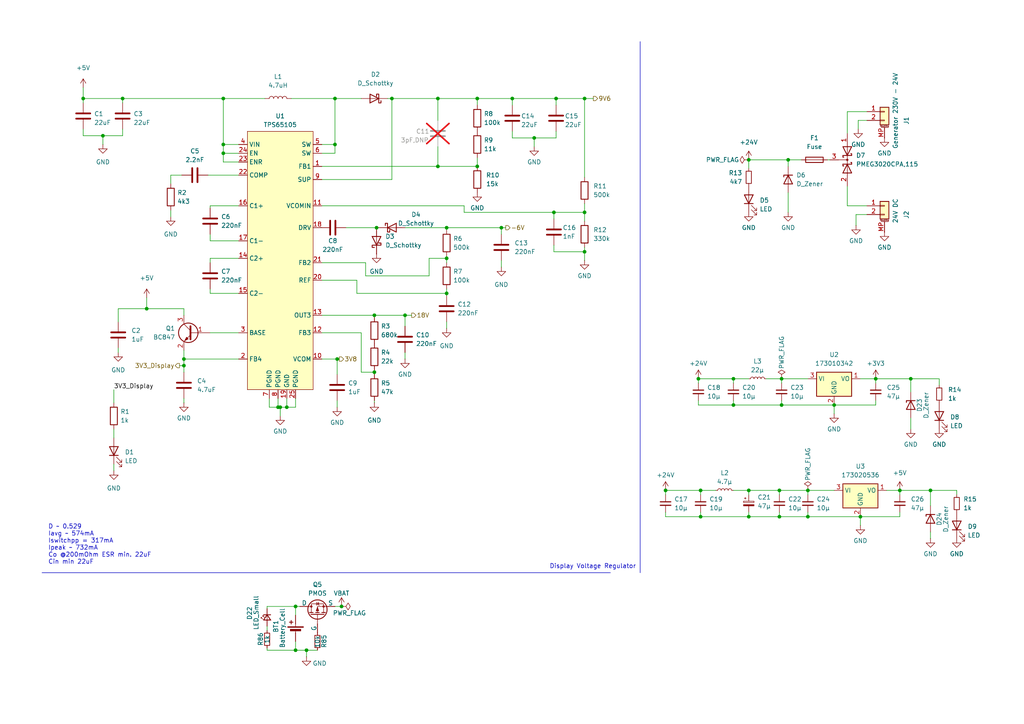
<source format=kicad_sch>
(kicad_sch
	(version 20250114)
	(generator "eeschema")
	(generator_version "9.0")
	(uuid "2e0788da-83c1-4cf9-982c-6e9feead5c48")
	(paper "A4")
	
	(text "Display Voltage Regulator"
		(exclude_from_sim no)
		(at 159.385 165.1 0)
		(effects
			(font
				(size 1.27 1.27)
			)
			(justify left bottom)
		)
		(uuid "1f474138-6b54-4b9f-883a-725cd7720b17")
	)
	(text "D ~ 0.529\nIavg ~ 574mA\nIswitchpp = 317mA\nIpeak ~ 732mA\nCo @200mOhm ESR min. 22uF\nCin min 22uF"
		(exclude_from_sim no)
		(at 13.97 163.83 0)
		(effects
			(font
				(size 1.27 1.27)
			)
			(justify left bottom)
		)
		(uuid "33680474-88a3-4d9f-8dec-4a0171750541")
	)
	(junction
		(at 241.935 117.475)
		(diameter 0)
		(color 0 0 0 0)
		(uuid "04a24c58-7e9b-45c6-a81c-e6bd761e890c")
	)
	(junction
		(at 217.17 142.24)
		(diameter 0)
		(color 0 0 0 0)
		(uuid "06c0f182-3f01-4df1-8a91-76bc1a17447c")
	)
	(junction
		(at 226.06 149.86)
		(diameter 0)
		(color 0 0 0 0)
		(uuid "0e4f6690-f270-44bf-b823-20877548d9de")
	)
	(junction
		(at 169.545 73.025)
		(diameter 0)
		(color 0 0 0 0)
		(uuid "0eef11e6-76b0-4b3f-aa84-20f8c99ba4f2")
	)
	(junction
		(at 145.415 66.04)
		(diameter 0)
		(color 0 0 0 0)
		(uuid "111fa979-1c07-45e3-bde0-f5f2517309ef")
	)
	(junction
		(at 234.315 142.24)
		(diameter 0)
		(color 0 0 0 0)
		(uuid "1189832d-f541-4182-85cf-76441db3bde5")
	)
	(junction
		(at 127 28.575)
		(diameter 0)
		(color 0 0 0 0)
		(uuid "15fdf0a2-c1f2-4716-99a1-825076671288")
	)
	(junction
		(at 117.475 91.44)
		(diameter 0)
		(color 0 0 0 0)
		(uuid "1aff85bd-376b-4c3c-a19e-28410c588aa7")
	)
	(junction
		(at 108.585 107.95)
		(diameter 0)
		(color 0 0 0 0)
		(uuid "1b72607b-c177-45f5-ac9f-ed7fa7a64fb1")
	)
	(junction
		(at 85.725 188.595)
		(diameter 0)
		(color 0 0 0 0)
		(uuid "20c6504d-400e-4eff-a489-d6909af33f6c")
	)
	(junction
		(at 203.2 142.24)
		(diameter 0)
		(color 0 0 0 0)
		(uuid "2ab8ada9-cf74-4f1d-a11c-ea239d5d2220")
	)
	(junction
		(at 217.17 46.355)
		(diameter 0)
		(color 0 0 0 0)
		(uuid "2d680fee-d381-4b13-af58-d69b1bf4bdaf")
	)
	(junction
		(at 226.695 109.855)
		(diameter 0)
		(color 0 0 0 0)
		(uuid "328351f1-a0f5-490e-9fe1-872dcb80d8e1")
	)
	(junction
		(at 169.545 28.575)
		(diameter 0)
		(color 0 0 0 0)
		(uuid "344e26dd-0ad0-428f-9526-295351b37e18")
	)
	(junction
		(at 138.43 28.575)
		(diameter 0)
		(color 0 0 0 0)
		(uuid "38c66eb7-fe12-4132-87a9-9f307a3d4eb9")
	)
	(junction
		(at 81.28 118.11)
		(diameter 0)
		(color 0 0 0 0)
		(uuid "3ae57a23-66e5-4f6a-9822-261b4ca414ba")
	)
	(junction
		(at 269.875 142.24)
		(diameter 0)
		(color 0 0 0 0)
		(uuid "3c8264dc-f49f-42ef-be70-382f80210034")
	)
	(junction
		(at 85.725 175.895)
		(diameter 0)
		(color 0 0 0 0)
		(uuid "43936ff4-b96c-4a8d-b5ce-a1db0e878645")
	)
	(junction
		(at 254 109.855)
		(diameter 0)
		(color 0 0 0 0)
		(uuid "4511e233-f111-4b3a-b25b-163e7713798c")
	)
	(junction
		(at 193.04 142.24)
		(diameter 0)
		(color 0 0 0 0)
		(uuid "4bc96748-d6a3-4db2-a6e8-1cc644e5753e")
	)
	(junction
		(at 53.34 104.14)
		(diameter 0)
		(color 0 0 0 0)
		(uuid "4c879827-91e5-4a71-a78c-ba2af39ff8cc")
	)
	(junction
		(at 169.545 61.595)
		(diameter 0)
		(color 0 0 0 0)
		(uuid "54c3dcc4-cce7-4bb6-a629-c4ac709b2919")
	)
	(junction
		(at 234.315 149.86)
		(diameter 0)
		(color 0 0 0 0)
		(uuid "5503c86b-1be4-41d6-9f38-9ec79f8809d0")
	)
	(junction
		(at 113.665 28.575)
		(diameter 0)
		(color 0 0 0 0)
		(uuid "55237c9f-e430-4b71-8e84-61e5fd99e243")
	)
	(junction
		(at 148.59 28.575)
		(diameter 0)
		(color 0 0 0 0)
		(uuid "59a705da-471f-4f1e-bffe-9c85045b320e")
	)
	(junction
		(at 226.06 142.24)
		(diameter 0)
		(color 0 0 0 0)
		(uuid "5a4015f9-032d-4d3d-913c-ef451306a780")
	)
	(junction
		(at 129.54 66.04)
		(diameter 0)
		(color 0 0 0 0)
		(uuid "5a704d20-2eda-4d66-87a0-8bb00c328bcf")
	)
	(junction
		(at 97.155 28.575)
		(diameter 0)
		(color 0 0 0 0)
		(uuid "5b385b3a-0445-40da-869e-baa34c1ab9d3")
	)
	(junction
		(at 127 48.26)
		(diameter 0)
		(color 0 0 0 0)
		(uuid "5e3c3066-33ae-44aa-90ca-be14e326d06b")
	)
	(junction
		(at 212.725 109.855)
		(diameter 0)
		(color 0 0 0 0)
		(uuid "5fa5e9ea-85ff-4890-b60a-2622461a3342")
	)
	(junction
		(at 226.695 117.475)
		(diameter 0)
		(color 0 0 0 0)
		(uuid "5fa7211d-a933-4aea-bde3-164e64fe3f63")
	)
	(junction
		(at 88.9 188.595)
		(diameter 0)
		(color 0 0 0 0)
		(uuid "617de996-ff36-45ac-8fdb-8c86628df6d3")
	)
	(junction
		(at 212.725 117.475)
		(diameter 0)
		(color 0 0 0 0)
		(uuid "6a04c048-f0f1-48b0-bc1c-71429688fed0")
	)
	(junction
		(at 129.54 85.09)
		(diameter 0)
		(color 0 0 0 0)
		(uuid "7211e033-306c-4f5c-8969-3e6e32dd97c7")
	)
	(junction
		(at 154.94 40.005)
		(diameter 0)
		(color 0 0 0 0)
		(uuid "73010a7a-7a9a-46d9-83be-b5b73168b613")
	)
	(junction
		(at 97.155 41.91)
		(diameter 0)
		(color 0 0 0 0)
		(uuid "7402a9dc-42d2-48a3-b1d2-a3f8321a5335")
	)
	(junction
		(at 264.16 109.855)
		(diameter 0)
		(color 0 0 0 0)
		(uuid "776ec65d-f2e0-4d5f-9af0-f3e9e61482f2")
	)
	(junction
		(at 99.06 175.895)
		(diameter 0)
		(color 0 0 0 0)
		(uuid "7ca129e8-eb3d-4075-88d0-c7d563c0e619")
	)
	(junction
		(at 260.985 142.24)
		(diameter 0)
		(color 0 0 0 0)
		(uuid "852155d9-75fa-4971-882f-601461e6471e")
	)
	(junction
		(at 53.34 106.045)
		(diameter 0)
		(color 0 0 0 0)
		(uuid "880cbe12-459f-4608-8eb4-4562e51e675d")
	)
	(junction
		(at 109.22 66.04)
		(diameter 0)
		(color 0 0 0 0)
		(uuid "8a4a63e0-e849-40f9-91ee-96af092e47fd")
	)
	(junction
		(at 217.17 149.86)
		(diameter 0)
		(color 0 0 0 0)
		(uuid "8b98e2fb-4d6d-4946-a73a-5b44141d0f81")
	)
	(junction
		(at 64.77 41.91)
		(diameter 0)
		(color 0 0 0 0)
		(uuid "8bd06123-3b1f-4075-822e-b7d3ffc7ad6e")
	)
	(junction
		(at 108.585 91.44)
		(diameter 0)
		(color 0 0 0 0)
		(uuid "98259442-0017-4839-bdf1-ccc12bd3d4f7")
	)
	(junction
		(at 24.13 28.575)
		(diameter 0)
		(color 0 0 0 0)
		(uuid "9f6413a3-f858-4400-99b1-ddc817355d01")
	)
	(junction
		(at 228.6 46.355)
		(diameter 0)
		(color 0 0 0 0)
		(uuid "a8f9191a-be3c-46ee-88e1-87ee98882e18")
	)
	(junction
		(at 129.54 74.93)
		(diameter 0)
		(color 0 0 0 0)
		(uuid "ac6cee30-b003-4257-a4d2-6306d34acee1")
	)
	(junction
		(at 35.56 28.575)
		(diameter 0)
		(color 0 0 0 0)
		(uuid "acd4fa46-8ba8-4b24-9066-b22d8cf3695d")
	)
	(junction
		(at 29.845 39.37)
		(diameter 0)
		(color 0 0 0 0)
		(uuid "ad197f75-bdb0-4b36-aa2e-000b73036df8")
	)
	(junction
		(at 203.2 149.86)
		(diameter 0)
		(color 0 0 0 0)
		(uuid "bb8147b5-df2f-4f1f-b47e-d53b75aaa380")
	)
	(junction
		(at 249.555 149.86)
		(diameter 0)
		(color 0 0 0 0)
		(uuid "bde9bff5-32a4-42ae-899d-568ddf240b6b")
	)
	(junction
		(at 64.77 44.45)
		(diameter 0)
		(color 0 0 0 0)
		(uuid "c1c24b44-9fed-402f-8691-27fc96c5a404")
	)
	(junction
		(at 97.79 104.14)
		(diameter 0)
		(color 0 0 0 0)
		(uuid "d3af76d2-6f6b-4958-8007-465843bcff28")
	)
	(junction
		(at 42.545 89.535)
		(diameter 0)
		(color 0 0 0 0)
		(uuid "e12a7a30-2a13-4e59-a86b-14e9581d754f")
	)
	(junction
		(at 138.43 48.26)
		(diameter 0)
		(color 0 0 0 0)
		(uuid "e164d6d7-daed-4ba2-a4fa-8829f5fa4bf1")
	)
	(junction
		(at 64.77 28.575)
		(diameter 0)
		(color 0 0 0 0)
		(uuid "e2e0303f-2626-44a8-827b-a48f153b57b1")
	)
	(junction
		(at 202.565 109.855)
		(diameter 0)
		(color 0 0 0 0)
		(uuid "ea330dce-f339-4a47-abfa-3285e15e9c53")
	)
	(junction
		(at 83.185 118.11)
		(diameter 0)
		(color 0 0 0 0)
		(uuid "eabb1f12-056b-4086-8108-3847910fb0d1")
	)
	(junction
		(at 160.655 61.595)
		(diameter 0)
		(color 0 0 0 0)
		(uuid "eb201b61-3b4a-4eed-b18a-c997c19d7db8")
	)
	(junction
		(at 80.645 118.11)
		(diameter 0)
		(color 0 0 0 0)
		(uuid "eb96f160-0639-40eb-a4cf-f184fd8acebd")
	)
	(junction
		(at 161.29 28.575)
		(diameter 0)
		(color 0 0 0 0)
		(uuid "eecf3a55-a51b-4037-bc03-6c24e0b5c442")
	)
	(wire
		(pts
			(xy 108.585 116.84) (xy 108.585 116.205)
		)
		(stroke
			(width 0)
			(type default)
		)
		(uuid "00823f29-0ed6-4b92-afdd-b2458f8bb606")
	)
	(wire
		(pts
			(xy 245.745 59.69) (xy 245.745 53.975)
		)
		(stroke
			(width 0)
			(type default)
		)
		(uuid "01d5c222-f50c-448c-ab1c-ce44f0e6fca5")
	)
	(wire
		(pts
			(xy 269.875 142.24) (xy 260.985 142.24)
		)
		(stroke
			(width 0)
			(type default)
		)
		(uuid "0784bf0b-86f7-4ff9-ac50-b3ba095a2955")
	)
	(wire
		(pts
			(xy 53.34 106.045) (xy 53.34 107.95)
		)
		(stroke
			(width 0)
			(type default)
		)
		(uuid "0799669d-565f-4907-8ed6-4e84a36a826f")
	)
	(wire
		(pts
			(xy 129.54 85.09) (xy 129.54 85.725)
		)
		(stroke
			(width 0)
			(type default)
		)
		(uuid "07ec2872-4565-4fd8-959e-8f2af70ca30b")
	)
	(wire
		(pts
			(xy 49.53 60.96) (xy 49.53 62.865)
		)
		(stroke
			(width 0)
			(type default)
		)
		(uuid "080956e7-576e-44ee-9c9c-360358df7091")
	)
	(wire
		(pts
			(xy 117.475 66.04) (xy 129.54 66.04)
		)
		(stroke
			(width 0)
			(type default)
		)
		(uuid "0a825527-7b27-4b9a-a7f6-00a4872c8489")
	)
	(wire
		(pts
			(xy 103.505 81.28) (xy 103.505 85.09)
		)
		(stroke
			(width 0)
			(type default)
		)
		(uuid "0a831453-75b6-47ab-904c-b600c87ef6b9")
	)
	(wire
		(pts
			(xy 64.77 46.99) (xy 64.77 44.45)
		)
		(stroke
			(width 0)
			(type default)
		)
		(uuid "0ac840e0-b447-402f-b2e4-f37f6065362a")
	)
	(wire
		(pts
			(xy 108.585 91.44) (xy 108.585 92.075)
		)
		(stroke
			(width 0)
			(type default)
		)
		(uuid "0b2e23e4-beac-4bd1-be47-6b52b832fb7c")
	)
	(wire
		(pts
			(xy 145.415 66.04) (xy 146.685 66.04)
		)
		(stroke
			(width 0)
			(type default)
		)
		(uuid "0e047021-d1ef-4727-9754-e9dc1692b3ca")
	)
	(wire
		(pts
			(xy 245.745 32.385) (xy 251.46 32.385)
		)
		(stroke
			(width 0)
			(type default)
		)
		(uuid "0f6fedef-d831-419e-8095-bd13e46f06de")
	)
	(wire
		(pts
			(xy 202.565 109.855) (xy 202.565 111.125)
		)
		(stroke
			(width 0)
			(type default)
		)
		(uuid "0fc213a9-8817-48cf-8836-66336aa93cfa")
	)
	(wire
		(pts
			(xy 93.345 91.44) (xy 108.585 91.44)
		)
		(stroke
			(width 0)
			(type default)
		)
		(uuid "163b8def-cacd-4a76-822e-3fb9e29d98bf")
	)
	(wire
		(pts
			(xy 76.835 28.575) (xy 64.77 28.575)
		)
		(stroke
			(width 0)
			(type default)
		)
		(uuid "17ac2bd9-85ec-48d8-b4ea-5c8f921070e6")
	)
	(wire
		(pts
			(xy 33.02 134.62) (xy 33.02 136.525)
		)
		(stroke
			(width 0)
			(type default)
		)
		(uuid "1964f7d3-f983-4af4-9501-c4191a058a6e")
	)
	(wire
		(pts
			(xy 260.985 148.59) (xy 260.985 149.86)
		)
		(stroke
			(width 0)
			(type default)
		)
		(uuid "1b51f0eb-7bb4-40fd-8a18-b2b7c8dece5a")
	)
	(wire
		(pts
			(xy 129.54 66.04) (xy 145.415 66.04)
		)
		(stroke
			(width 0)
			(type default)
		)
		(uuid "1c0e80f2-a924-48f1-b1a4-5e4b60c86556")
	)
	(wire
		(pts
			(xy 202.565 109.855) (xy 212.725 109.855)
		)
		(stroke
			(width 0)
			(type default)
		)
		(uuid "1d87bcf4-7b10-4fa6-b5d8-4a243a3dec00")
	)
	(wire
		(pts
			(xy 260.985 149.86) (xy 249.555 149.86)
		)
		(stroke
			(width 0)
			(type default)
		)
		(uuid "1eae38f9-6fb6-4b12-919c-8df80453afaa")
	)
	(wire
		(pts
			(xy 97.155 44.45) (xy 97.155 41.91)
		)
		(stroke
			(width 0)
			(type default)
		)
		(uuid "1f385b83-cc47-4a50-b4f9-6e8bb1cc4ede")
	)
	(wire
		(pts
			(xy 80.645 115.57) (xy 80.645 118.11)
		)
		(stroke
			(width 0)
			(type default)
		)
		(uuid "221dba15-c87b-4d35-8df1-58681aea5818")
	)
	(wire
		(pts
			(xy 53.34 101.6) (xy 53.34 104.14)
		)
		(stroke
			(width 0)
			(type default)
		)
		(uuid "22da2ddb-ad12-4205-b387-df7f05c0291f")
	)
	(wire
		(pts
			(xy 83.185 118.11) (xy 85.725 118.11)
		)
		(stroke
			(width 0)
			(type default)
		)
		(uuid "23471649-e877-40d3-94d4-eef45059f441")
	)
	(wire
		(pts
			(xy 127 48.26) (xy 138.43 48.26)
		)
		(stroke
			(width 0)
			(type default)
		)
		(uuid "23aaa91e-ce39-4097-bb81-338f8cae24de")
	)
	(wire
		(pts
			(xy 60.96 59.69) (xy 69.215 59.69)
		)
		(stroke
			(width 0)
			(type default)
		)
		(uuid "24c96bfc-e05f-4742-ab89-580e45bdb5bc")
	)
	(wire
		(pts
			(xy 127 42.545) (xy 127 48.26)
		)
		(stroke
			(width 0)
			(type default)
		)
		(uuid "25928ed3-3d8c-4e5f-aa6c-ff9793b22490")
	)
	(wire
		(pts
			(xy 160.655 63.5) (xy 160.655 61.595)
		)
		(stroke
			(width 0)
			(type default)
		)
		(uuid "27933751-b7f1-48c0-9df9-818b6dfc358c")
	)
	(wire
		(pts
			(xy 77.47 182.88) (xy 77.47 181.61)
		)
		(stroke
			(width 0)
			(type default)
		)
		(uuid "27d56523-9cc2-4fdf-8ba4-4ccc85f8ac25")
	)
	(wire
		(pts
			(xy 226.695 117.475) (xy 241.935 117.475)
		)
		(stroke
			(width 0)
			(type default)
		)
		(uuid "27fdb692-1032-457e-a1eb-5217ad52ed2d")
	)
	(wire
		(pts
			(xy 264.16 113.665) (xy 264.16 109.855)
		)
		(stroke
			(width 0)
			(type default)
		)
		(uuid "2a6da690-b28e-47b3-b9d7-4bdb0d713c0c")
	)
	(wire
		(pts
			(xy 93.345 66.04) (xy 92.71 66.04)
		)
		(stroke
			(width 0)
			(type default)
		)
		(uuid "2aee96eb-356d-44d9-bb29-b019a73320a5")
	)
	(wire
		(pts
			(xy 217.17 46.355) (xy 228.6 46.355)
		)
		(stroke
			(width 0)
			(type default)
		)
		(uuid "2b7b12dd-87cc-4177-b7c0-9d9cf43eb25a")
	)
	(wire
		(pts
			(xy 240.03 46.355) (xy 240.665 46.355)
		)
		(stroke
			(width 0)
			(type default)
		)
		(uuid "2b7b1b16-893c-42b7-9194-df9878f072fc")
	)
	(wire
		(pts
			(xy 249.555 109.855) (xy 254 109.855)
		)
		(stroke
			(width 0)
			(type default)
		)
		(uuid "2c5e1399-a2da-45ff-9723-90f773008009")
	)
	(wire
		(pts
			(xy 134.62 59.69) (xy 134.62 61.595)
		)
		(stroke
			(width 0)
			(type default)
		)
		(uuid "300ab485-da27-45a6-a497-e273fd765e8c")
	)
	(wire
		(pts
			(xy 254 109.855) (xy 254 111.125)
		)
		(stroke
			(width 0)
			(type default)
		)
		(uuid "302dd4f2-4a33-462d-8779-06c1161c641e")
	)
	(wire
		(pts
			(xy 202.565 117.475) (xy 212.725 117.475)
		)
		(stroke
			(width 0)
			(type default)
		)
		(uuid "332369f9-b2c1-4afc-8575-ba8f738f7f55")
	)
	(wire
		(pts
			(xy 193.04 142.24) (xy 193.04 143.51)
		)
		(stroke
			(width 0)
			(type default)
		)
		(uuid "3356ecf4-e784-4cfb-92ad-862b46ff013b")
	)
	(wire
		(pts
			(xy 212.725 109.855) (xy 217.17 109.855)
		)
		(stroke
			(width 0)
			(type default)
		)
		(uuid "3614b7ff-5afc-4028-9773-3f0c7087bc24")
	)
	(wire
		(pts
			(xy 169.545 59.055) (xy 169.545 61.595)
		)
		(stroke
			(width 0)
			(type default)
		)
		(uuid "37617cd5-34d5-4cb1-bc81-6451281932c5")
	)
	(wire
		(pts
			(xy 160.655 73.025) (xy 160.655 71.12)
		)
		(stroke
			(width 0)
			(type default)
		)
		(uuid "38d260f8-76f5-44dd-9720-2a213e915413")
	)
	(wire
		(pts
			(xy 88.9 188.595) (xy 92.075 188.595)
		)
		(stroke
			(width 0)
			(type default)
		)
		(uuid "39b8ac3e-6124-4f47-ba62-890e20a27dde")
	)
	(wire
		(pts
			(xy 169.545 73.025) (xy 169.545 75.565)
		)
		(stroke
			(width 0)
			(type default)
		)
		(uuid "3c5f13ae-ad87-44f8-b10b-2a06880895da")
	)
	(wire
		(pts
			(xy 85.725 188.595) (xy 88.9 188.595)
		)
		(stroke
			(width 0)
			(type default)
		)
		(uuid "3cf211f2-f4d5-47f7-9bb3-78777d351606")
	)
	(wire
		(pts
			(xy 53.34 115.57) (xy 53.34 116.84)
		)
		(stroke
			(width 0)
			(type default)
		)
		(uuid "3e5771b7-425e-4cea-8f07-1611dbbbc8c1")
	)
	(wire
		(pts
			(xy 124.46 74.93) (xy 129.54 74.93)
		)
		(stroke
			(width 0)
			(type default)
		)
		(uuid "3ed12c7c-34f2-4e62-a8b5-51abf30d6efa")
	)
	(wire
		(pts
			(xy 81.28 118.11) (xy 83.185 118.11)
		)
		(stroke
			(width 0)
			(type default)
		)
		(uuid "3fa49fd2-5e38-4518-bcaf-7808cb6d4aed")
	)
	(wire
		(pts
			(xy 93.345 81.28) (xy 103.505 81.28)
		)
		(stroke
			(width 0)
			(type default)
		)
		(uuid "3ffad75b-d711-4886-b77c-cec67b83eda9")
	)
	(wire
		(pts
			(xy 145.415 66.04) (xy 145.415 67.945)
		)
		(stroke
			(width 0)
			(type default)
		)
		(uuid "428491b2-7a74-46cd-bdd8-2c392c94f34c")
	)
	(wire
		(pts
			(xy 228.6 46.355) (xy 232.41 46.355)
		)
		(stroke
			(width 0)
			(type default)
		)
		(uuid "430961fa-1aac-430d-a834-ca67c6fab174")
	)
	(wire
		(pts
			(xy 234.315 149.86) (xy 249.555 149.86)
		)
		(stroke
			(width 0)
			(type default)
		)
		(uuid "44ac89d5-fab8-4881-932b-38f36f429c6a")
	)
	(wire
		(pts
			(xy 24.13 37.465) (xy 24.13 39.37)
		)
		(stroke
			(width 0)
			(type default)
		)
		(uuid "4503344e-d636-487f-aa1d-09061e794e89")
	)
	(wire
		(pts
			(xy 35.56 29.845) (xy 35.56 28.575)
		)
		(stroke
			(width 0)
			(type default)
		)
		(uuid "45f9194a-fefb-4742-9660-7fe8e4d30a8d")
	)
	(wire
		(pts
			(xy 222.25 109.855) (xy 226.695 109.855)
		)
		(stroke
			(width 0)
			(type default)
		)
		(uuid "480bee3c-39e6-407a-89ac-1313197ace6a")
	)
	(wire
		(pts
			(xy 228.6 55.88) (xy 228.6 61.595)
		)
		(stroke
			(width 0)
			(type default)
		)
		(uuid "4a7cbbdd-5cf8-47cb-b2f7-c1bae73c379c")
	)
	(wire
		(pts
			(xy 53.34 104.14) (xy 53.34 106.045)
		)
		(stroke
			(width 0)
			(type default)
		)
		(uuid "4a9bf28b-3854-4f5d-86aa-f17baa6a09f9")
	)
	(wire
		(pts
			(xy 160.655 61.595) (xy 169.545 61.595)
		)
		(stroke
			(width 0)
			(type default)
		)
		(uuid "4adf77c0-8891-473c-b37b-e31840999359")
	)
	(wire
		(pts
			(xy 93.345 52.07) (xy 113.665 52.07)
		)
		(stroke
			(width 0)
			(type default)
		)
		(uuid "4c41f729-a7aa-477e-a842-37838a2b18f0")
	)
	(wire
		(pts
			(xy 97.79 116.205) (xy 97.79 118.11)
		)
		(stroke
			(width 0)
			(type default)
		)
		(uuid "4d35691e-4f3d-41e8-9a99-c92c22cf42d0")
	)
	(wire
		(pts
			(xy 129.54 74.93) (xy 129.54 76.2)
		)
		(stroke
			(width 0)
			(type default)
		)
		(uuid "4e1213c0-0844-4472-8738-ede19ad5a24e")
	)
	(wire
		(pts
			(xy 24.13 29.845) (xy 24.13 28.575)
		)
		(stroke
			(width 0)
			(type default)
		)
		(uuid "4e66fede-4bd0-4b9c-aa91-1d39619d61f3")
	)
	(wire
		(pts
			(xy 138.43 28.575) (xy 138.43 30.48)
		)
		(stroke
			(width 0)
			(type default)
		)
		(uuid "4e9a23db-c1ec-4e36-98bc-5688e1210cd2")
	)
	(wire
		(pts
			(xy 97.79 104.14) (xy 98.425 104.14)
		)
		(stroke
			(width 0)
			(type default)
		)
		(uuid "5042ffc9-f488-4bd7-bd38-fe064d044d8e")
	)
	(wire
		(pts
			(xy 42.545 86.36) (xy 42.545 89.535)
		)
		(stroke
			(width 0)
			(type default)
		)
		(uuid "51649ea1-af40-4422-810d-cdd7e45b347c")
	)
	(wire
		(pts
			(xy 97.155 175.895) (xy 99.06 175.895)
		)
		(stroke
			(width 0)
			(type default)
		)
		(uuid "53698d79-18f6-479d-8a5a-164d3c4c084d")
	)
	(wire
		(pts
			(xy 60.96 96.52) (xy 69.215 96.52)
		)
		(stroke
			(width 0)
			(type default)
		)
		(uuid "54264b9f-8dba-4eb3-9bf5-e99612feb0a4")
	)
	(wire
		(pts
			(xy 83.185 115.57) (xy 83.185 118.11)
		)
		(stroke
			(width 0)
			(type default)
		)
		(uuid "55e01c7c-916c-475f-be83-ee46860b0f12")
	)
	(wire
		(pts
			(xy 85.725 175.895) (xy 86.995 175.895)
		)
		(stroke
			(width 0)
			(type default)
		)
		(uuid "589ef9bb-044d-4921-b68f-8976557c9f44")
	)
	(wire
		(pts
			(xy 249.555 149.86) (xy 249.555 152.4)
		)
		(stroke
			(width 0)
			(type default)
		)
		(uuid "59e0d06b-cd48-45c4-a673-afeae9475e71")
	)
	(wire
		(pts
			(xy 226.695 109.855) (xy 234.315 109.855)
		)
		(stroke
			(width 0)
			(type default)
		)
		(uuid "5a092afa-26ce-4acf-9da0-d2d8700de100")
	)
	(wire
		(pts
			(xy 212.725 142.24) (xy 217.17 142.24)
		)
		(stroke
			(width 0)
			(type default)
		)
		(uuid "5ac9dccd-b877-4c45-9b87-2745bb154a56")
	)
	(wire
		(pts
			(xy 77.47 187.96) (xy 77.47 188.595)
		)
		(stroke
			(width 0)
			(type default)
		)
		(uuid "5b63b692-fa0f-4806-8867-ac320db62bc8")
	)
	(wire
		(pts
			(xy 234.315 142.24) (xy 234.315 143.51)
		)
		(stroke
			(width 0)
			(type default)
		)
		(uuid "5ea3e315-df2f-48a8-96ed-2eaa15b323b6")
	)
	(wire
		(pts
			(xy 60.325 50.8) (xy 69.215 50.8)
		)
		(stroke
			(width 0)
			(type default)
		)
		(uuid "617ebabc-9728-49d9-9e00-efeb649c11f6")
	)
	(wire
		(pts
			(xy 77.47 175.895) (xy 85.725 175.895)
		)
		(stroke
			(width 0)
			(type default)
		)
		(uuid "64e33007-1f91-4727-b2da-f7f185fcf927")
	)
	(wire
		(pts
			(xy 77.47 176.53) (xy 77.47 175.895)
		)
		(stroke
			(width 0)
			(type default)
		)
		(uuid "66623c41-9249-4d0f-a773-aef151785949")
	)
	(wire
		(pts
			(xy 234.315 148.59) (xy 234.315 149.86)
		)
		(stroke
			(width 0)
			(type default)
		)
		(uuid "667d36d3-48b8-4b44-b1fa-ee04e1f5c87d")
	)
	(wire
		(pts
			(xy 60.96 74.93) (xy 69.215 74.93)
		)
		(stroke
			(width 0)
			(type default)
		)
		(uuid "66b80e20-c5b1-452c-9103-9af133e4d706")
	)
	(wire
		(pts
			(xy 108.585 107.95) (xy 104.775 107.95)
		)
		(stroke
			(width 0)
			(type default)
		)
		(uuid "67b76565-5e98-4729-99f3-4273774598b5")
	)
	(wire
		(pts
			(xy 49.53 50.8) (xy 49.53 53.34)
		)
		(stroke
			(width 0)
			(type default)
		)
		(uuid "68479ddf-a13d-466d-a3dd-c310eda8a653")
	)
	(wire
		(pts
			(xy 148.59 38.1) (xy 148.59 40.005)
		)
		(stroke
			(width 0)
			(type default)
		)
		(uuid "6c2b85b8-c251-4011-a20c-e9d26d6c48a3")
	)
	(wire
		(pts
			(xy 60.96 60.325) (xy 60.96 59.69)
		)
		(stroke
			(width 0)
			(type default)
		)
		(uuid "6dbbb99c-db6b-4ccc-b564-a41e646c330c")
	)
	(wire
		(pts
			(xy 69.215 41.91) (xy 64.77 41.91)
		)
		(stroke
			(width 0)
			(type default)
		)
		(uuid "6e623211-e1cd-4bb0-8c65-12b92a48f710")
	)
	(wire
		(pts
			(xy 93.345 44.45) (xy 97.155 44.45)
		)
		(stroke
			(width 0)
			(type default)
		)
		(uuid "701e3aab-ec5b-4755-bb01-b828558ba117")
	)
	(wire
		(pts
			(xy 212.725 116.205) (xy 212.725 117.475)
		)
		(stroke
			(width 0)
			(type default)
		)
		(uuid "70876b54-5088-4016-b2c6-b9cdcb757352")
	)
	(wire
		(pts
			(xy 226.695 109.855) (xy 226.695 111.125)
		)
		(stroke
			(width 0)
			(type default)
		)
		(uuid "712cf10d-3255-4a39-896b-4c3e9382c6bb")
	)
	(wire
		(pts
			(xy 64.77 41.91) (xy 64.77 44.45)
		)
		(stroke
			(width 0)
			(type default)
		)
		(uuid "73f9ed79-636c-4d16-b0ba-9b534cedcbd4")
	)
	(wire
		(pts
			(xy 113.665 52.07) (xy 113.665 28.575)
		)
		(stroke
			(width 0)
			(type default)
		)
		(uuid "75501156-2b60-4ebc-abfc-4b7c0bc99d2c")
	)
	(wire
		(pts
			(xy 97.79 104.14) (xy 93.345 104.14)
		)
		(stroke
			(width 0)
			(type default)
		)
		(uuid "773e3727-396a-430f-829a-1968126d4e63")
	)
	(wire
		(pts
			(xy 161.29 28.575) (xy 161.29 30.48)
		)
		(stroke
			(width 0)
			(type default)
		)
		(uuid "77434a9a-e97c-4f9b-8efa-a7dc56aa4462")
	)
	(wire
		(pts
			(xy 226.06 142.24) (xy 234.315 142.24)
		)
		(stroke
			(width 0)
			(type default)
		)
		(uuid "77962264-d713-4ddf-a55d-58dc53a2553c")
	)
	(wire
		(pts
			(xy 241.935 117.475) (xy 241.935 120.015)
		)
		(stroke
			(width 0)
			(type default)
		)
		(uuid "79e771bd-867c-48d0-9c84-c44a0cc2997a")
	)
	(wire
		(pts
			(xy 60.96 85.09) (xy 60.96 83.82)
		)
		(stroke
			(width 0)
			(type default)
		)
		(uuid "7a908a54-37ff-4256-af3c-d37a3211a15b")
	)
	(wire
		(pts
			(xy 148.59 28.575) (xy 148.59 30.48)
		)
		(stroke
			(width 0)
			(type default)
		)
		(uuid "7cbe0ff7-148d-4655-918d-3fd6cb63e2aa")
	)
	(wire
		(pts
			(xy 226.06 149.86) (xy 234.315 149.86)
		)
		(stroke
			(width 0)
			(type default)
		)
		(uuid "7cd4b97d-4582-43af-aca8-950338b402d8")
	)
	(wire
		(pts
			(xy 260.985 142.24) (xy 260.985 143.51)
		)
		(stroke
			(width 0)
			(type default)
		)
		(uuid "7d05d595-c664-446c-899f-b00e20cb5d7c")
	)
	(wire
		(pts
			(xy 24.13 28.575) (xy 35.56 28.575)
		)
		(stroke
			(width 0)
			(type default)
		)
		(uuid "822293f7-6596-4b27-8151-6d886cf56857")
	)
	(wire
		(pts
			(xy 69.215 85.09) (xy 60.96 85.09)
		)
		(stroke
			(width 0)
			(type default)
		)
		(uuid "86f78524-9a71-4576-a34f-c214cf02f681")
	)
	(wire
		(pts
			(xy 251.46 59.69) (xy 245.745 59.69)
		)
		(stroke
			(width 0)
			(type default)
		)
		(uuid "87012fd7-8a04-4de3-b126-2893f3235d87")
	)
	(wire
		(pts
			(xy 161.29 40.005) (xy 161.29 38.1)
		)
		(stroke
			(width 0)
			(type default)
		)
		(uuid "873732d0-bc89-4cd2-80b5-b67e8ac37788")
	)
	(wire
		(pts
			(xy 97.79 108.585) (xy 97.79 104.14)
		)
		(stroke
			(width 0)
			(type default)
		)
		(uuid "8798140f-a61d-4399-a02f-340a61efc57d")
	)
	(wire
		(pts
			(xy 129.54 74.295) (xy 129.54 74.93)
		)
		(stroke
			(width 0)
			(type default)
		)
		(uuid "88f13fe5-ddc3-4a21-b5bb-3f329bf29ec0")
	)
	(wire
		(pts
			(xy 169.545 61.595) (xy 169.545 64.135)
		)
		(stroke
			(width 0)
			(type default)
		)
		(uuid "897704ad-d967-4d2d-8238-9398ddfd04e8")
	)
	(wire
		(pts
			(xy 129.54 93.345) (xy 129.54 95.25)
		)
		(stroke
			(width 0)
			(type default)
		)
		(uuid "89de10db-0bda-4bc4-9a11-7f45b3fef9be")
	)
	(wire
		(pts
			(xy 217.17 149.86) (xy 226.06 149.86)
		)
		(stroke
			(width 0)
			(type default)
		)
		(uuid "8a27771f-2b91-4f3b-9898-b82752fb21fc")
	)
	(wire
		(pts
			(xy 69.215 69.85) (xy 60.96 69.85)
		)
		(stroke
			(width 0)
			(type default)
		)
		(uuid "8a8dc90e-ea11-473f-9e5a-ccd56726e7dd")
	)
	(wire
		(pts
			(xy 69.215 46.99) (xy 64.77 46.99)
		)
		(stroke
			(width 0)
			(type default)
		)
		(uuid "8acd4fdb-7a63-49b9-921f-6a3c041e95ba")
	)
	(wire
		(pts
			(xy 277.495 143.51) (xy 277.495 142.24)
		)
		(stroke
			(width 0)
			(type default)
		)
		(uuid "8cc7a730-cb1f-4afb-b5f0-1c9155a349c3")
	)
	(wire
		(pts
			(xy 78.105 118.11) (xy 78.105 115.57)
		)
		(stroke
			(width 0)
			(type default)
		)
		(uuid "8d1114c9-b33d-4f1b-8db3-570129fb19cf")
	)
	(wire
		(pts
			(xy 34.29 100.965) (xy 34.29 102.235)
		)
		(stroke
			(width 0)
			(type default)
		)
		(uuid "8d604371-f602-4f10-8f7d-d7976b912214")
	)
	(wire
		(pts
			(xy 169.545 28.575) (xy 172.085 28.575)
		)
		(stroke
			(width 0)
			(type default)
		)
		(uuid "8df34f58-b9bf-4d62-a0cb-39cfca58113f")
	)
	(wire
		(pts
			(xy 85.725 118.11) (xy 85.725 115.57)
		)
		(stroke
			(width 0)
			(type default)
		)
		(uuid "8e4e0ab3-c78b-4d6b-83be-d326c20004d9")
	)
	(wire
		(pts
			(xy 84.455 28.575) (xy 97.155 28.575)
		)
		(stroke
			(width 0)
			(type default)
		)
		(uuid "8f7a9dab-1d18-4219-bf90-07989e70b3dd")
	)
	(wire
		(pts
			(xy 29.845 41.91) (xy 29.845 39.37)
		)
		(stroke
			(width 0)
			(type default)
		)
		(uuid "8f94857f-a4c9-4bf8-9272-ba853141078a")
	)
	(wire
		(pts
			(xy 52.07 106.045) (xy 53.34 106.045)
		)
		(stroke
			(width 0)
			(type default)
		)
		(uuid "94aa258d-f4ad-427f-ba76-7fd9489e4b20")
	)
	(wire
		(pts
			(xy 203.2 142.24) (xy 207.645 142.24)
		)
		(stroke
			(width 0)
			(type default)
		)
		(uuid "94d921d1-88bd-4867-aa9a-cdede2375614")
	)
	(wire
		(pts
			(xy 272.415 109.855) (xy 272.415 111.76)
		)
		(stroke
			(width 0)
			(type default)
		)
		(uuid "95893931-4d8b-48f4-8eaf-9bb7542167a4")
	)
	(wire
		(pts
			(xy 193.04 148.59) (xy 193.04 149.86)
		)
		(stroke
			(width 0)
			(type default)
		)
		(uuid "95e44266-98b9-465d-997c-8e65b0c3d557")
	)
	(wire
		(pts
			(xy 193.04 149.86) (xy 203.2 149.86)
		)
		(stroke
			(width 0)
			(type default)
		)
		(uuid "95ef0836-fe34-4f04-a9c1-a920779ba8c0")
	)
	(wire
		(pts
			(xy 108.585 108.585) (xy 108.585 107.95)
		)
		(stroke
			(width 0)
			(type default)
		)
		(uuid "970a99e0-31e3-4de1-81ad-1ede59357925")
	)
	(wire
		(pts
			(xy 100.33 66.04) (xy 109.22 66.04)
		)
		(stroke
			(width 0)
			(type default)
		)
		(uuid "97431ce8-64bf-4192-aad3-405003b70cfe")
	)
	(wire
		(pts
			(xy 93.345 96.52) (xy 104.775 96.52)
		)
		(stroke
			(width 0)
			(type default)
		)
		(uuid "9a9225e3-868c-4477-b879-f49bba58cc6e")
	)
	(wire
		(pts
			(xy 203.2 142.24) (xy 203.2 143.51)
		)
		(stroke
			(width 0)
			(type default)
		)
		(uuid "9bc2d68c-2a43-4c1e-b669-9820a12d7c87")
	)
	(wire
		(pts
			(xy 269.875 142.24) (xy 269.875 146.685)
		)
		(stroke
			(width 0)
			(type default)
		)
		(uuid "9bcf0a06-4888-4356-b3d2-3fd418e204d3")
	)
	(wire
		(pts
			(xy 193.04 142.24) (xy 203.2 142.24)
		)
		(stroke
			(width 0)
			(type default)
		)
		(uuid "9be69bc9-acb1-4f03-83ec-e3780facc1a4")
	)
	(wire
		(pts
			(xy 226.06 142.24) (xy 226.06 143.51)
		)
		(stroke
			(width 0)
			(type default)
		)
		(uuid "9c20c29c-79a9-4227-bc95-44d50437e955")
	)
	(wire
		(pts
			(xy 34.29 89.535) (xy 42.545 89.535)
		)
		(stroke
			(width 0)
			(type default)
		)
		(uuid "9c740c80-d003-43c1-8383-19f33549312b")
	)
	(wire
		(pts
			(xy 129.54 83.82) (xy 129.54 85.09)
		)
		(stroke
			(width 0)
			(type default)
		)
		(uuid "9cdd0481-4694-4c64-b4e1-2ac7094da946")
	)
	(wire
		(pts
			(xy 138.43 45.72) (xy 138.43 48.26)
		)
		(stroke
			(width 0)
			(type default)
		)
		(uuid "9d3a9fba-99dc-4dfe-9ad9-da65da83c5c1")
	)
	(wire
		(pts
			(xy 106.045 80.01) (xy 106.045 76.2)
		)
		(stroke
			(width 0)
			(type default)
		)
		(uuid "9d439632-2771-4b13-b38a-61e86e6e924f")
	)
	(wire
		(pts
			(xy 217.17 148.59) (xy 217.17 149.86)
		)
		(stroke
			(width 0)
			(type default)
		)
		(uuid "9d9a9931-bf71-46df-845b-1ed3d2f68e2f")
	)
	(wire
		(pts
			(xy 217.17 142.24) (xy 226.06 142.24)
		)
		(stroke
			(width 0)
			(type default)
		)
		(uuid "9fb78350-b05c-4e18-96f6-8b518da4b61f")
	)
	(wire
		(pts
			(xy 106.045 76.2) (xy 93.345 76.2)
		)
		(stroke
			(width 0)
			(type default)
		)
		(uuid "a05d54da-1a6c-4acd-a749-c01660a4d3b6")
	)
	(wire
		(pts
			(xy 124.46 80.01) (xy 124.46 74.93)
		)
		(stroke
			(width 0)
			(type default)
		)
		(uuid "a1984b4c-5b68-46d4-a8e4-51bc343bb260")
	)
	(wire
		(pts
			(xy 245.745 38.735) (xy 245.745 32.385)
		)
		(stroke
			(width 0)
			(type default)
		)
		(uuid "a39b8dc8-c08e-44c0-8768-dc719002f971")
	)
	(wire
		(pts
			(xy 97.155 41.91) (xy 93.345 41.91)
		)
		(stroke
			(width 0)
			(type default)
		)
		(uuid "a5562132-55e5-411a-9528-caffe9817d7d")
	)
	(wire
		(pts
			(xy 248.92 34.925) (xy 248.92 37.465)
		)
		(stroke
			(width 0)
			(type default)
		)
		(uuid "a7f0cf95-7834-4685-a120-283baf2b87ae")
	)
	(wire
		(pts
			(xy 106.045 80.01) (xy 124.46 80.01)
		)
		(stroke
			(width 0)
			(type default)
		)
		(uuid "a96e3a21-d86c-4df1-b585-ee9dec563426")
	)
	(wire
		(pts
			(xy 33.02 113.03) (xy 33.02 116.84)
		)
		(stroke
			(width 0)
			(type default)
		)
		(uuid "aab218ca-ce2c-4b98-83a0-97efcbb0006d")
	)
	(wire
		(pts
			(xy 148.59 40.005) (xy 154.94 40.005)
		)
		(stroke
			(width 0)
			(type default)
		)
		(uuid "acec78fd-e646-411b-8f62-e327bba793f7")
	)
	(wire
		(pts
			(xy 29.845 39.37) (xy 35.56 39.37)
		)
		(stroke
			(width 0)
			(type default)
		)
		(uuid "af2c11c8-4e61-4a43-b9bd-255560152aa5")
	)
	(wire
		(pts
			(xy 97.155 28.575) (xy 104.775 28.575)
		)
		(stroke
			(width 0)
			(type default)
		)
		(uuid "b2b598d9-ea54-46c4-b198-2854c3ae0964")
	)
	(wire
		(pts
			(xy 212.725 109.855) (xy 212.725 111.125)
		)
		(stroke
			(width 0)
			(type default)
		)
		(uuid "b2d7c7f2-a0f2-4a7b-bd44-25162625cc2c")
	)
	(wire
		(pts
			(xy 228.6 46.355) (xy 228.6 48.26)
		)
		(stroke
			(width 0)
			(type default)
		)
		(uuid "b3813dc4-8c4a-4fe6-b246-060421727897")
	)
	(wire
		(pts
			(xy 88.9 188.595) (xy 88.9 190.5)
		)
		(stroke
			(width 0)
			(type default)
		)
		(uuid "b3d3e09c-e85f-499c-97c0-0f84eb4ac95e")
	)
	(wire
		(pts
			(xy 129.54 66.04) (xy 129.54 66.675)
		)
		(stroke
			(width 0)
			(type default)
		)
		(uuid "b538a79f-8301-447f-8982-b1cd5d0d1e7d")
	)
	(wire
		(pts
			(xy 108.585 91.44) (xy 117.475 91.44)
		)
		(stroke
			(width 0)
			(type default)
		)
		(uuid "b676435c-79cb-4022-8da4-17b481badd24")
	)
	(wire
		(pts
			(xy 127 28.575) (xy 127 34.925)
		)
		(stroke
			(width 0)
			(type default)
		)
		(uuid "baa475f9-fa32-498d-8dda-150b6afbd67e")
	)
	(wire
		(pts
			(xy 35.56 28.575) (xy 64.77 28.575)
		)
		(stroke
			(width 0)
			(type default)
		)
		(uuid "bbf18ba4-6465-468f-b6dd-87ab34d93271")
	)
	(wire
		(pts
			(xy 112.395 28.575) (xy 113.665 28.575)
		)
		(stroke
			(width 0)
			(type default)
		)
		(uuid "bc8311a1-3370-43fe-b5ef-6453093ce15f")
	)
	(wire
		(pts
			(xy 154.94 40.005) (xy 161.29 40.005)
		)
		(stroke
			(width 0)
			(type default)
		)
		(uuid "bd3455f2-827a-4e80-8a9e-1601cfc6760c")
	)
	(wire
		(pts
			(xy 109.22 66.04) (xy 109.855 66.04)
		)
		(stroke
			(width 0)
			(type default)
		)
		(uuid "be7b5ac7-c4df-4e35-8db8-1e84491169a5")
	)
	(wire
		(pts
			(xy 85.725 186.055) (xy 85.725 188.595)
		)
		(stroke
			(width 0)
			(type default)
		)
		(uuid "beb32877-271f-4035-97c5-19812f4244eb")
	)
	(wire
		(pts
			(xy 248.92 34.925) (xy 251.46 34.925)
		)
		(stroke
			(width 0)
			(type default)
		)
		(uuid "bfc00bab-747c-45e0-907d-9561bb4e313e")
	)
	(wire
		(pts
			(xy 64.77 44.45) (xy 69.215 44.45)
		)
		(stroke
			(width 0)
			(type default)
		)
		(uuid "c23f76b7-d61d-429f-bc58-6bc1546c1ccb")
	)
	(wire
		(pts
			(xy 53.34 89.535) (xy 53.34 91.44)
		)
		(stroke
			(width 0)
			(type default)
		)
		(uuid "c47a81a0-8572-4817-a997-173ded2bc84a")
	)
	(wire
		(pts
			(xy 277.495 142.24) (xy 269.875 142.24)
		)
		(stroke
			(width 0)
			(type default)
		)
		(uuid "c59dbc7a-b859-4042-9256-e6a6bf255f15")
	)
	(wire
		(pts
			(xy 108.585 107.315) (xy 108.585 107.95)
		)
		(stroke
			(width 0)
			(type default)
		)
		(uuid "c5b28477-e348-4d17-adbc-906b53af3b9f")
	)
	(wire
		(pts
			(xy 104.775 107.95) (xy 104.775 96.52)
		)
		(stroke
			(width 0)
			(type default)
		)
		(uuid "c600e4a2-59ff-4eb3-b3aa-d29d8905aa43")
	)
	(wire
		(pts
			(xy 97.155 28.575) (xy 97.155 41.91)
		)
		(stroke
			(width 0)
			(type default)
		)
		(uuid "c675f9b7-362f-4a6a-a14c-49ef3e58fba4")
	)
	(wire
		(pts
			(xy 117.475 91.44) (xy 119.38 91.44)
		)
		(stroke
			(width 0)
			(type default)
		)
		(uuid "c70e0b07-9a0c-4e2c-9423-68f7c0d295ad")
	)
	(wire
		(pts
			(xy 254 109.855) (xy 264.16 109.855)
		)
		(stroke
			(width 0)
			(type default)
		)
		(uuid "c8eb0a01-a5f3-4654-b85b-a5461307816c")
	)
	(wire
		(pts
			(xy 212.725 117.475) (xy 226.695 117.475)
		)
		(stroke
			(width 0)
			(type default)
		)
		(uuid "c9b5c6a6-7840-45f7-bf7c-939b5fec923a")
	)
	(wire
		(pts
			(xy 85.725 178.435) (xy 85.725 175.895)
		)
		(stroke
			(width 0)
			(type default)
		)
		(uuid "c9fabf92-e942-450e-bd8a-a61b346dccc9")
	)
	(wire
		(pts
			(xy 78.105 118.11) (xy 80.645 118.11)
		)
		(stroke
			(width 0)
			(type default)
		)
		(uuid "ca2317ec-4f7e-4a1e-bc9b-1f482c5c144b")
	)
	(wire
		(pts
			(xy 264.16 109.855) (xy 272.415 109.855)
		)
		(stroke
			(width 0)
			(type default)
		)
		(uuid "cb2dec36-dee2-436c-adae-4bda83760f08")
	)
	(wire
		(pts
			(xy 257.175 142.24) (xy 260.985 142.24)
		)
		(stroke
			(width 0)
			(type default)
		)
		(uuid "cc004d13-9add-4e97-845e-3e804265ffd2")
	)
	(wire
		(pts
			(xy 154.94 40.005) (xy 154.94 42.545)
		)
		(stroke
			(width 0)
			(type default)
		)
		(uuid "cd8f7551-eedf-4227-89f0-a423ee0b9dc0")
	)
	(wire
		(pts
			(xy 117.475 94.615) (xy 117.475 91.44)
		)
		(stroke
			(width 0)
			(type default)
		)
		(uuid "cea8c313-f55b-4706-a4ce-a07406514fc9")
	)
	(wire
		(pts
			(xy 217.17 142.24) (xy 217.17 143.51)
		)
		(stroke
			(width 0)
			(type default)
		)
		(uuid "ceea175b-8c86-4dc4-ad65-8552da28bb49")
	)
	(wire
		(pts
			(xy 202.565 116.205) (xy 202.565 117.475)
		)
		(stroke
			(width 0)
			(type default)
		)
		(uuid "cf976ad3-d5e8-44a1-ad25-e1f1375f850a")
	)
	(wire
		(pts
			(xy 203.2 148.59) (xy 203.2 149.86)
		)
		(stroke
			(width 0)
			(type default)
		)
		(uuid "d068cbbe-b30f-4096-855c-e4e765fdfc8b")
	)
	(wire
		(pts
			(xy 226.06 148.59) (xy 226.06 149.86)
		)
		(stroke
			(width 0)
			(type default)
		)
		(uuid "d110e9db-9250-42b3-a3d7-2377030b6281")
	)
	(wire
		(pts
			(xy 248.285 62.23) (xy 248.285 65.405)
		)
		(stroke
			(width 0)
			(type default)
		)
		(uuid "d2ab178a-c830-41e7-8c74-ec1e72641c87")
	)
	(wire
		(pts
			(xy 217.17 48.895) (xy 217.17 46.355)
		)
		(stroke
			(width 0)
			(type default)
		)
		(uuid "d2c8035f-dd0f-43b4-85c2-ab9a349eff76")
	)
	(wire
		(pts
			(xy 169.545 73.025) (xy 160.655 73.025)
		)
		(stroke
			(width 0)
			(type default)
		)
		(uuid "d2e88e99-690a-4d37-99f2-7f9516b6f326")
	)
	(wire
		(pts
			(xy 64.77 28.575) (xy 64.77 41.91)
		)
		(stroke
			(width 0)
			(type default)
		)
		(uuid "d376277c-cae2-496d-994b-ae4810aed1c1")
	)
	(wire
		(pts
			(xy 226.695 116.205) (xy 226.695 117.475)
		)
		(stroke
			(width 0)
			(type default)
		)
		(uuid "d3daa0a2-e9bd-4444-ad66-cea4cd3ca5d7")
	)
	(wire
		(pts
			(xy 33.02 124.46) (xy 33.02 127)
		)
		(stroke
			(width 0)
			(type default)
		)
		(uuid "d4161612-fd40-48fe-a351-00b7e4adcfbe")
	)
	(wire
		(pts
			(xy 134.62 61.595) (xy 160.655 61.595)
		)
		(stroke
			(width 0)
			(type default)
		)
		(uuid "d5ceb0ee-59a6-4a5b-8b20-e84781423f12")
	)
	(wire
		(pts
			(xy 24.13 39.37) (xy 29.845 39.37)
		)
		(stroke
			(width 0)
			(type default)
		)
		(uuid "d61a543b-9dcd-435b-b998-d906143230cf")
	)
	(wire
		(pts
			(xy 161.29 28.575) (xy 169.545 28.575)
		)
		(stroke
			(width 0)
			(type default)
		)
		(uuid "d67cfc73-2f37-43f5-b169-e6f6da32e183")
	)
	(wire
		(pts
			(xy 169.545 51.435) (xy 169.545 28.575)
		)
		(stroke
			(width 0)
			(type default)
		)
		(uuid "d6da516f-31eb-472e-8e11-fc8eaed560bd")
	)
	(wire
		(pts
			(xy 148.59 28.575) (xy 161.29 28.575)
		)
		(stroke
			(width 0)
			(type default)
		)
		(uuid "dae4dbc5-c03c-4d68-8b0a-f10f36f7287a")
	)
	(wire
		(pts
			(xy 251.46 62.23) (xy 248.285 62.23)
		)
		(stroke
			(width 0)
			(type default)
		)
		(uuid "dd658e3c-7274-4321-b280-f43d36ee4d16")
	)
	(polyline
		(pts
			(xy 185.674 12.065) (xy 185.674 166.116)
		)
		(stroke
			(width 0)
			(type default)
		)
		(uuid "de12261a-a488-4b78-817c-4b9eb5382cff")
	)
	(wire
		(pts
			(xy 241.935 117.475) (xy 254 117.475)
		)
		(stroke
			(width 0)
			(type default)
		)
		(uuid "de34fdb2-911d-4e50-850b-6065a7d83da0")
	)
	(wire
		(pts
			(xy 254 116.205) (xy 254 117.475)
		)
		(stroke
			(width 0)
			(type default)
		)
		(uuid "e03a3999-a189-4e3a-9992-e15734b4284e")
	)
	(wire
		(pts
			(xy 42.545 89.535) (xy 53.34 89.535)
		)
		(stroke
			(width 0)
			(type default)
		)
		(uuid "e1a33295-b560-45c6-8354-41493a75e6ac")
	)
	(wire
		(pts
			(xy 80.645 118.11) (xy 81.28 118.11)
		)
		(stroke
			(width 0)
			(type default)
		)
		(uuid "e27ec589-21f0-4132-bba5-5f01ebec4ed6")
	)
	(wire
		(pts
			(xy 138.43 28.575) (xy 148.59 28.575)
		)
		(stroke
			(width 0)
			(type default)
		)
		(uuid "e3ce55a9-6170-433c-b558-fb2904af19e4")
	)
	(wire
		(pts
			(xy 269.875 154.305) (xy 269.875 156.21)
		)
		(stroke
			(width 0)
			(type default)
		)
		(uuid "e3e06930-1fde-48bc-afe2-485247f6df5f")
	)
	(wire
		(pts
			(xy 234.315 142.24) (xy 241.935 142.24)
		)
		(stroke
			(width 0)
			(type default)
		)
		(uuid "e3e45f86-75c2-4a7b-8e12-738d3f6ab87b")
	)
	(wire
		(pts
			(xy 81.28 120.65) (xy 81.28 118.11)
		)
		(stroke
			(width 0)
			(type default)
		)
		(uuid "e5d29de3-76d9-4d1f-bd48-1db3511cdccc")
	)
	(wire
		(pts
			(xy 60.96 67.945) (xy 60.96 69.85)
		)
		(stroke
			(width 0)
			(type default)
		)
		(uuid "e6b0c24b-4150-4332-a7c7-0d39e7f824ea")
	)
	(wire
		(pts
			(xy 127 28.575) (xy 138.43 28.575)
		)
		(stroke
			(width 0)
			(type default)
		)
		(uuid "eb5e0201-c32f-49b7-afb2-5028354c88cc")
	)
	(polyline
		(pts
			(xy 177.038 166.116) (xy 12.192 166.116)
		)
		(stroke
			(width 0)
			(type default)
		)
		(uuid "ebb4d48e-7fd2-4425-bfc3-8c97a2151f56")
	)
	(wire
		(pts
			(xy 35.56 37.465) (xy 35.56 39.37)
		)
		(stroke
			(width 0)
			(type default)
		)
		(uuid "ece631b4-0e02-43fb-b41a-644be4704600")
	)
	(wire
		(pts
			(xy 77.47 188.595) (xy 85.725 188.595)
		)
		(stroke
			(width 0)
			(type default)
		)
		(uuid "f0174d0e-5bdd-4b34-8b59-a63d91b7f5d0")
	)
	(wire
		(pts
			(xy 24.13 25.4) (xy 24.13 28.575)
		)
		(stroke
			(width 0)
			(type default)
		)
		(uuid "f1386fce-793d-4913-a953-a88c993a5b95")
	)
	(wire
		(pts
			(xy 264.16 121.285) (xy 264.16 124.46)
		)
		(stroke
			(width 0)
			(type default)
		)
		(uuid "f2a09e42-3701-446f-a341-b05b6118546e")
	)
	(wire
		(pts
			(xy 93.345 59.69) (xy 134.62 59.69)
		)
		(stroke
			(width 0)
			(type default)
		)
		(uuid "f3562cc0-2151-446c-bd56-2a5bee7be719")
	)
	(wire
		(pts
			(xy 145.415 75.565) (xy 145.415 77.47)
		)
		(stroke
			(width 0)
			(type default)
		)
		(uuid "f3d8f24c-b507-44f7-8732-b3c371928ecb")
	)
	(wire
		(pts
			(xy 129.54 85.09) (xy 103.505 85.09)
		)
		(stroke
			(width 0)
			(type default)
		)
		(uuid "f6449bb3-8d7c-4b3a-9a15-2919c2df39af")
	)
	(wire
		(pts
			(xy 117.475 102.235) (xy 117.475 104.14)
		)
		(stroke
			(width 0)
			(type default)
		)
		(uuid "f7be613d-7fb5-4dc4-b02c-1351c2aa01c7")
	)
	(wire
		(pts
			(xy 34.29 93.345) (xy 34.29 89.535)
		)
		(stroke
			(width 0)
			(type default)
		)
		(uuid "f8e84344-ce9e-4c5e-97bc-74f941bbd8a0")
	)
	(wire
		(pts
			(xy 52.705 50.8) (xy 49.53 50.8)
		)
		(stroke
			(width 0)
			(type default)
		)
		(uuid "f9e3e4aa-9ed3-42cc-837e-7d4db58a8c93")
	)
	(wire
		(pts
			(xy 93.345 48.26) (xy 127 48.26)
		)
		(stroke
			(width 0)
			(type default)
		)
		(uuid "fadc7548-00c4-4b95-815e-4752d586b062")
	)
	(wire
		(pts
			(xy 169.545 71.755) (xy 169.545 73.025)
		)
		(stroke
			(width 0)
			(type default)
		)
		(uuid "fdb7f7ec-34ca-408a-8796-515229f08d2a")
	)
	(wire
		(pts
			(xy 113.665 28.575) (xy 127 28.575)
		)
		(stroke
			(width 0)
			(type default)
		)
		(uuid "fe34918e-b45a-4c05-b615-1932260419cc")
	)
	(wire
		(pts
			(xy 203.2 149.86) (xy 217.17 149.86)
		)
		(stroke
			(width 0)
			(type default)
		)
		(uuid "ff5aa988-d6c5-4cd5-82e2-efeba6acf235")
	)
	(wire
		(pts
			(xy 60.96 76.2) (xy 60.96 74.93)
		)
		(stroke
			(width 0)
			(type default)
		)
		(uuid "fff3473a-487e-4977-8567-12d8ad2c7bb6")
	)
	(wire
		(pts
			(xy 69.215 104.14) (xy 53.34 104.14)
		)
		(stroke
			(width 0)
			(type default)
		)
		(uuid "fff59099-86ec-467f-bb16-15a656a10544")
	)
	(label "3V3_Display"
		(at 33.02 113.03 0)
		(effects
			(font
				(size 1.27 1.27)
			)
			(justify left bottom)
		)
		(uuid "5b6ad534-6e9c-4ace-9ff6-45d2d419853a")
	)
	(hierarchical_label "-6V"
		(shape output)
		(at 146.685 66.04 0)
		(effects
			(font
				(size 1.27 1.27)
			)
			(justify left)
		)
		(uuid "10a1f8b7-7c59-4a9f-b5fd-6b76bd4e4d31")
	)
	(hierarchical_label "3V8"
		(shape output)
		(at 98.425 104.14 0)
		(effects
			(font
				(size 1.27 1.27)
			)
			(justify left)
		)
		(uuid "1bdbdf6f-be11-4d84-9a73-803e320634e5")
	)
	(hierarchical_label "9V6"
		(shape output)
		(at 172.085 28.575 0)
		(effects
			(font
				(size 1.27 1.27)
			)
			(justify left)
		)
		(uuid "6962b2c5-bb1b-42d5-a7f3-8e7e10364e54")
	)
	(hierarchical_label "18V"
		(shape output)
		(at 119.38 91.44 0)
		(effects
			(font
				(size 1.27 1.27)
			)
			(justify left)
		)
		(uuid "7170a6be-81dc-41bb-96f9-c4f8e678cf95")
	)
	(hierarchical_label "3V3_Display"
		(shape output)
		(at 52.07 106.045 180)
		(effects
			(font
				(size 1.27 1.27)
			)
			(justify right)
		)
		(uuid "8a5139f5-172e-4e5d-8d26-2bb63149f8dd")
	)
	(symbol
		(lib_id "power:GND")
		(at 241.935 120.015 0)
		(unit 1)
		(exclude_from_sim no)
		(in_bom yes)
		(on_board yes)
		(dnp no)
		(fields_autoplaced yes)
		(uuid "0097b9e9-f135-4212-abcf-461c3487287a")
		(property "Reference" "#PWR025"
			(at 241.935 126.365 0)
			(effects
				(font
					(size 1.27 1.27)
				)
				(hide yes)
			)
		)
		(property "Value" "GND"
			(at 241.935 124.46 0)
			(effects
				(font
					(size 1.27 1.27)
				)
			)
		)
		(property "Footprint" ""
			(at 241.935 120.015 0)
			(effects
				(font
					(size 1.27 1.27)
				)
				(hide yes)
			)
		)
		(property "Datasheet" ""
			(at 241.935 120.015 0)
			(effects
				(font
					(size 1.27 1.27)
				)
				(hide yes)
			)
		)
		(property "Description" "Power symbol creates a global label with name \"GND\" , ground"
			(at 241.935 120.015 0)
			(effects
				(font
					(size 1.27 1.27)
				)
				(hide yes)
			)
		)
		(pin "1"
			(uuid "1d3f4457-f9c7-448b-9324-3e5ab268d5f5")
		)
		(instances
			(project "FT25-Charger"
				(path "/0dca9b66-f638-4727-874b-1b91b6921c17/91c9895f-7dce-429f-866f-2980d966c967"
					(reference "#PWR025")
					(unit 1)
				)
			)
		)
	)
	(symbol
		(lib_id "power:GND")
		(at 145.415 77.47 0)
		(unit 1)
		(exclude_from_sim no)
		(in_bom yes)
		(on_board yes)
		(dnp no)
		(fields_autoplaced yes)
		(uuid "0211d642-bfd2-42bb-92be-ef43fe816b16")
		(property "Reference" "#PWR017"
			(at 145.415 83.82 0)
			(effects
				(font
					(size 1.27 1.27)
				)
				(hide yes)
			)
		)
		(property "Value" "GND"
			(at 145.415 82.55 0)
			(effects
				(font
					(size 1.27 1.27)
				)
			)
		)
		(property "Footprint" ""
			(at 145.415 77.47 0)
			(effects
				(font
					(size 1.27 1.27)
				)
				(hide yes)
			)
		)
		(property "Datasheet" ""
			(at 145.415 77.47 0)
			(effects
				(font
					(size 1.27 1.27)
				)
				(hide yes)
			)
		)
		(property "Description" "Power symbol creates a global label with name \"GND\" , ground"
			(at 145.415 77.47 0)
			(effects
				(font
					(size 1.27 1.27)
				)
				(hide yes)
			)
		)
		(pin "1"
			(uuid "337ed4d5-a2c3-4d8b-88c2-bd90cf166f21")
		)
		(instances
			(project "FT25-Charger"
				(path "/0dca9b66-f638-4727-874b-1b91b6921c17/91c9895f-7dce-429f-866f-2980d966c967"
					(reference "#PWR017")
					(unit 1)
				)
			)
		)
	)
	(symbol
		(lib_id "Device:R")
		(at 129.54 80.01 0)
		(unit 1)
		(exclude_from_sim no)
		(in_bom yes)
		(on_board yes)
		(dnp no)
		(fields_autoplaced yes)
		(uuid "024057f2-71de-48fe-b865-441d4b893af6")
		(property "Reference" "R7"
			(at 131.445 78.7399 0)
			(effects
				(font
					(size 1.27 1.27)
				)
				(justify left)
			)
		)
		(property "Value" "100k"
			(at 131.445 81.2799 0)
			(effects
				(font
					(size 1.27 1.27)
				)
				(justify left)
			)
		)
		(property "Footprint" "Resistor_SMD:R_0603_1608Metric"
			(at 127.762 80.01 90)
			(effects
				(font
					(size 1.27 1.27)
				)
				(hide yes)
			)
		)
		(property "Datasheet" "~"
			(at 129.54 80.01 0)
			(effects
				(font
					(size 1.27 1.27)
				)
				(hide yes)
			)
		)
		(property "Description" ""
			(at 129.54 80.01 0)
			(effects
				(font
					(size 1.27 1.27)
				)
				(hide yes)
			)
		)
		(pin "1"
			(uuid "5e5b5d5e-12bf-4a44-8d25-4d8e8a4fd7bf")
		)
		(pin "2"
			(uuid "ec527aca-aedf-4a45-bb8b-9af3a031ecb6")
		)
		(instances
			(project "FT25-Charger"
				(path "/0dca9b66-f638-4727-874b-1b91b6921c17/91c9895f-7dce-429f-866f-2980d966c967"
					(reference "R7")
					(unit 1)
				)
			)
		)
	)
	(symbol
		(lib_id "power:PWR_FLAG")
		(at 217.17 46.355 90)
		(unit 1)
		(exclude_from_sim no)
		(in_bom yes)
		(on_board yes)
		(dnp no)
		(uuid "0586f22e-7298-4e44-94ab-3de20e1bdd44")
		(property "Reference" "#FLG01"
			(at 215.265 46.355 0)
			(effects
				(font
					(size 1.27 1.27)
				)
				(hide yes)
			)
		)
		(property "Value" "PWR_FLAG"
			(at 209.55 46.355 90)
			(effects
				(font
					(size 1.27 1.27)
				)
			)
		)
		(property "Footprint" ""
			(at 217.17 46.355 0)
			(effects
				(font
					(size 1.27 1.27)
				)
				(hide yes)
			)
		)
		(property "Datasheet" "~"
			(at 217.17 46.355 0)
			(effects
				(font
					(size 1.27 1.27)
				)
				(hide yes)
			)
		)
		(property "Description" "Special symbol for telling ERC where power comes from"
			(at 217.17 46.355 0)
			(effects
				(font
					(size 1.27 1.27)
				)
				(hide yes)
			)
		)
		(pin "1"
			(uuid "5d415866-93f2-477f-af05-776f16d5095c")
		)
		(instances
			(project "FT25-Charger"
				(path "/0dca9b66-f638-4727-874b-1b91b6921c17/91c9895f-7dce-429f-866f-2980d966c967"
					(reference "#FLG01")
					(unit 1)
				)
			)
		)
	)
	(symbol
		(lib_id "Connector_Generic_MountingPin:Conn_01x02_MountingPin")
		(at 256.54 32.385 0)
		(unit 1)
		(exclude_from_sim no)
		(in_bom yes)
		(on_board yes)
		(dnp no)
		(uuid "06896810-f0f6-4d5b-bd44-7b61fd6dcf73")
		(property "Reference" "J1"
			(at 262.89 36.195 90)
			(effects
				(font
					(size 1.27 1.27)
				)
				(justify left)
			)
		)
		(property "Value" "Generator 230V - 24V"
			(at 259.715 43.18 90)
			(effects
				(font
					(size 1.27 1.27)
				)
				(justify left)
			)
		)
		(property "Footprint" "FaSTTUBe_connectors:Micro_Mate-N-Lok_2p_vertical"
			(at 256.54 32.385 0)
			(effects
				(font
					(size 1.27 1.27)
				)
				(hide yes)
			)
		)
		(property "Datasheet" "~"
			(at 256.54 32.385 0)
			(effects
				(font
					(size 1.27 1.27)
				)
				(hide yes)
			)
		)
		(property "Description" "Generic connectable mounting pin connector, single row, 01x02, script generated (kicad-library-utils/schlib/autogen/connector/)"
			(at 256.54 32.385 0)
			(effects
				(font
					(size 1.27 1.27)
				)
				(hide yes)
			)
		)
		(pin "2"
			(uuid "d36f966d-023f-49ea-9eb7-7771c5072bcb")
		)
		(pin "1"
			(uuid "2a69f439-106c-4ada-b718-089d7adfce09")
		)
		(pin "MP"
			(uuid "ed8aa45d-1523-4bd5-849b-d48ffebbe6f9")
		)
		(instances
			(project "FT25-Charger"
				(path "/0dca9b66-f638-4727-874b-1b91b6921c17/91c9895f-7dce-429f-866f-2980d966c967"
					(reference "J1")
					(unit 1)
				)
			)
		)
	)
	(symbol
		(lib_id "power:GND")
		(at 154.94 42.545 0)
		(unit 1)
		(exclude_from_sim no)
		(in_bom yes)
		(on_board yes)
		(dnp no)
		(fields_autoplaced yes)
		(uuid "0748690f-6a5a-4e39-acb5-68ab8bfd9b6f")
		(property "Reference" "#PWR018"
			(at 154.94 48.895 0)
			(effects
				(font
					(size 1.27 1.27)
				)
				(hide yes)
			)
		)
		(property "Value" "GND"
			(at 154.94 46.99 0)
			(effects
				(font
					(size 1.27 1.27)
				)
			)
		)
		(property "Footprint" ""
			(at 154.94 42.545 0)
			(effects
				(font
					(size 1.27 1.27)
				)
				(hide yes)
			)
		)
		(property "Datasheet" ""
			(at 154.94 42.545 0)
			(effects
				(font
					(size 1.27 1.27)
				)
				(hide yes)
			)
		)
		(property "Description" "Power symbol creates a global label with name \"GND\" , ground"
			(at 154.94 42.545 0)
			(effects
				(font
					(size 1.27 1.27)
				)
				(hide yes)
			)
		)
		(pin "1"
			(uuid "c1fe34d3-8787-4ded-9f47-c1f1165847d4")
		)
		(instances
			(project "FT25-Charger"
				(path "/0dca9b66-f638-4727-874b-1b91b6921c17/91c9895f-7dce-429f-866f-2980d966c967"
					(reference "#PWR018")
					(unit 1)
				)
			)
		)
	)
	(symbol
		(lib_id "power:+24V")
		(at 217.17 46.355 0)
		(unit 1)
		(exclude_from_sim no)
		(in_bom yes)
		(on_board yes)
		(dnp no)
		(fields_autoplaced yes)
		(uuid "0ebe9d61-67b0-4e17-a2a4-f9e6c46e61b7")
		(property "Reference" "#PWR022"
			(at 217.17 50.165 0)
			(effects
				(font
					(size 1.27 1.27)
				)
				(hide yes)
			)
		)
		(property "Value" "+24V"
			(at 217.17 41.275 0)
			(effects
				(font
					(size 1.27 1.27)
				)
			)
		)
		(property "Footprint" ""
			(at 217.17 46.355 0)
			(effects
				(font
					(size 1.27 1.27)
				)
				(hide yes)
			)
		)
		(property "Datasheet" ""
			(at 217.17 46.355 0)
			(effects
				(font
					(size 1.27 1.27)
				)
				(hide yes)
			)
		)
		(property "Description" "Power symbol creates a global label with name \"+24V\""
			(at 217.17 46.355 0)
			(effects
				(font
					(size 1.27 1.27)
				)
				(hide yes)
			)
		)
		(pin "1"
			(uuid "6ca15951-0ac5-498a-9e41-e26f62a39d2c")
		)
		(instances
			(project "FT25-Charger"
				(path "/0dca9b66-f638-4727-874b-1b91b6921c17/91c9895f-7dce-429f-866f-2980d966c967"
					(reference "#PWR022")
					(unit 1)
				)
			)
		)
	)
	(symbol
		(lib_id "Device:C")
		(at 35.56 33.655 0)
		(unit 1)
		(exclude_from_sim no)
		(in_bom yes)
		(on_board yes)
		(dnp no)
		(fields_autoplaced yes)
		(uuid "1c59b83d-0227-4cba-9115-ab41eaff0620")
		(property "Reference" "C3"
			(at 38.735 33.02 0)
			(effects
				(font
					(size 1.27 1.27)
				)
				(justify left)
			)
		)
		(property "Value" "22uF"
			(at 38.735 35.56 0)
			(effects
				(font
					(size 1.27 1.27)
				)
				(justify left)
			)
		)
		(property "Footprint" "Capacitor_SMD:C_1210_3225Metric"
			(at 36.5252 37.465 0)
			(effects
				(font
					(size 1.27 1.27)
				)
				(hide yes)
			)
		)
		(property "Datasheet" "~"
			(at 35.56 33.655 0)
			(effects
				(font
					(size 1.27 1.27)
				)
				(hide yes)
			)
		)
		(property "Description" ""
			(at 35.56 33.655 0)
			(effects
				(font
					(size 1.27 1.27)
				)
				(hide yes)
			)
		)
		(pin "1"
			(uuid "f857f49e-5297-4d90-a581-b3fe81b9fa26")
		)
		(pin "2"
			(uuid "bab1ab93-a59d-4f5d-8874-2c63a7174d4c")
		)
		(instances
			(project "FT25-Charger"
				(path "/0dca9b66-f638-4727-874b-1b91b6921c17/91c9895f-7dce-429f-866f-2980d966c967"
					(reference "C3")
					(unit 1)
				)
			)
		)
	)
	(symbol
		(lib_id "Device:C_Small")
		(at 202.565 113.665 0)
		(unit 1)
		(exclude_from_sim no)
		(in_bom yes)
		(on_board yes)
		(dnp no)
		(fields_autoplaced yes)
		(uuid "1cd5afde-c1c7-43bb-834e-bc765a3e4d1f")
		(property "Reference" "C18"
			(at 205.105 112.4012 0)
			(effects
				(font
					(size 1.27 1.27)
				)
				(justify left)
			)
		)
		(property "Value" "10µ"
			(at 205.105 114.9412 0)
			(effects
				(font
					(size 1.27 1.27)
				)
				(justify left)
			)
		)
		(property "Footprint" "Capacitor_SMD:C_1206_3216Metric"
			(at 202.565 113.665 0)
			(effects
				(font
					(size 1.27 1.27)
				)
				(hide yes)
			)
		)
		(property "Datasheet" "~"
			(at 202.565 113.665 0)
			(effects
				(font
					(size 1.27 1.27)
				)
				(hide yes)
			)
		)
		(property "Description" "Unpolarized capacitor, X5R"
			(at 202.565 113.665 0)
			(effects
				(font
					(size 1.27 1.27)
				)
				(hide yes)
			)
		)
		(pin "2"
			(uuid "e928f51f-2947-4e29-870b-a93b81ae9f25")
		)
		(pin "1"
			(uuid "b1b83dc6-28e5-43d1-88b9-0c0d908bcc90")
		)
		(instances
			(project "FT25-Charger"
				(path "/0dca9b66-f638-4727-874b-1b91b6921c17/91c9895f-7dce-429f-866f-2980d966c967"
					(reference "C18")
					(unit 1)
				)
			)
		)
	)
	(symbol
		(lib_id "Device:C")
		(at 117.475 98.425 0)
		(unit 1)
		(exclude_from_sim no)
		(in_bom yes)
		(on_board yes)
		(dnp no)
		(fields_autoplaced yes)
		(uuid "1e16c2ea-8979-4194-900b-b39273384441")
		(property "Reference" "C10"
			(at 120.65 97.1549 0)
			(effects
				(font
					(size 1.27 1.27)
				)
				(justify left)
			)
		)
		(property "Value" "220nF"
			(at 120.65 99.6949 0)
			(effects
				(font
					(size 1.27 1.27)
				)
				(justify left)
			)
		)
		(property "Footprint" "Capacitor_SMD:C_0603_1608Metric"
			(at 118.4402 102.235 0)
			(effects
				(font
					(size 1.27 1.27)
				)
				(hide yes)
			)
		)
		(property "Datasheet" "~"
			(at 117.475 98.425 0)
			(effects
				(font
					(size 1.27 1.27)
				)
				(hide yes)
			)
		)
		(property "Description" ""
			(at 117.475 98.425 0)
			(effects
				(font
					(size 1.27 1.27)
				)
				(hide yes)
			)
		)
		(pin "1"
			(uuid "ec0c1143-4510-4286-9389-87cd650b86d4")
		)
		(pin "2"
			(uuid "6fe99ab7-3088-45cb-85df-063262941798")
		)
		(instances
			(project "FT25-Charger"
				(path "/0dca9b66-f638-4727-874b-1b91b6921c17/91c9895f-7dce-429f-866f-2980d966c967"
					(reference "C10")
					(unit 1)
				)
			)
		)
	)
	(symbol
		(lib_id "Device:R_Small")
		(at 92.075 186.055 0)
		(unit 1)
		(exclude_from_sim no)
		(in_bom yes)
		(on_board yes)
		(dnp no)
		(uuid "1f12c834-c05c-49f1-b8d1-9c70e37798a5")
		(property "Reference" "R85"
			(at 93.98 187.96 90)
			(effects
				(font
					(size 1.27 1.27)
				)
				(justify left)
			)
		)
		(property "Value" "10k"
			(at 92.075 187.96 90)
			(effects
				(font
					(size 1.27 1.27)
				)
				(justify left)
			)
		)
		(property "Footprint" "Resistor_SMD:R_0603_1608Metric"
			(at 92.075 186.055 0)
			(effects
				(font
					(size 1.27 1.27)
				)
				(hide yes)
			)
		)
		(property "Datasheet" "~"
			(at 92.075 186.055 0)
			(effects
				(font
					(size 1.27 1.27)
				)
				(hide yes)
			)
		)
		(property "Description" "Resistor, small symbol"
			(at 92.075 186.055 0)
			(effects
				(font
					(size 1.27 1.27)
				)
				(hide yes)
			)
		)
		(pin "2"
			(uuid "94ac11dd-93ba-4dae-adff-ea1aa4d958f9")
		)
		(pin "1"
			(uuid "af8cd474-609e-4fad-ac42-272f5975bedf")
		)
		(instances
			(project "FT25-Charger"
				(path "/0dca9b66-f638-4727-874b-1b91b6921c17/91c9895f-7dce-429f-866f-2980d966c967"
					(reference "R85")
					(unit 1)
				)
			)
		)
	)
	(symbol
		(lib_id "power:GND")
		(at 88.9 190.5 0)
		(unit 1)
		(exclude_from_sim no)
		(in_bom yes)
		(on_board yes)
		(dnp no)
		(uuid "1fc40dc9-5a85-48b3-b4fa-17873cd81df3")
		(property "Reference" "#PWR0200"
			(at 88.9 196.85 0)
			(effects
				(font
					(size 1.27 1.27)
				)
				(hide yes)
			)
		)
		(property "Value" "GND"
			(at 92.71 192.405 0)
			(effects
				(font
					(size 1.27 1.27)
				)
			)
		)
		(property "Footprint" ""
			(at 88.9 190.5 0)
			(effects
				(font
					(size 1.27 1.27)
				)
				(hide yes)
			)
		)
		(property "Datasheet" ""
			(at 88.9 190.5 0)
			(effects
				(font
					(size 1.27 1.27)
				)
				(hide yes)
			)
		)
		(property "Description" "Power symbol creates a global label with name \"GND\" , ground"
			(at 88.9 190.5 0)
			(effects
				(font
					(size 1.27 1.27)
				)
				(hide yes)
			)
		)
		(pin "1"
			(uuid "910c0a1f-4e1a-4251-a5cf-fabf97c5c21f")
		)
		(instances
			(project "FT25-Charger"
				(path "/0dca9b66-f638-4727-874b-1b91b6921c17/91c9895f-7dce-429f-866f-2980d966c967"
					(reference "#PWR0200")
					(unit 1)
				)
			)
		)
	)
	(symbol
		(lib_id "Device:C")
		(at 56.515 50.8 270)
		(unit 1)
		(exclude_from_sim no)
		(in_bom yes)
		(on_board yes)
		(dnp no)
		(fields_autoplaced yes)
		(uuid "219793c2-bb1c-42ce-a2a8-4030e2360022")
		(property "Reference" "C5"
			(at 56.515 43.815 90)
			(effects
				(font
					(size 1.27 1.27)
				)
			)
		)
		(property "Value" "2.2nF"
			(at 56.515 46.355 90)
			(effects
				(font
					(size 1.27 1.27)
				)
			)
		)
		(property "Footprint" "Capacitor_SMD:C_0603_1608Metric"
			(at 52.705 51.7652 0)
			(effects
				(font
					(size 1.27 1.27)
				)
				(hide yes)
			)
		)
		(property "Datasheet" "~"
			(at 56.515 50.8 0)
			(effects
				(font
					(size 1.27 1.27)
				)
				(hide yes)
			)
		)
		(property "Description" ""
			(at 56.515 50.8 0)
			(effects
				(font
					(size 1.27 1.27)
				)
				(hide yes)
			)
		)
		(pin "1"
			(uuid "adafc0ed-c738-447b-a40d-fdf25f85c087")
		)
		(pin "2"
			(uuid "0c1051c6-8fa9-48ad-b108-7d5d6ffd99b3")
		)
		(instances
			(project "FT25-Charger"
				(path "/0dca9b66-f638-4727-874b-1b91b6921c17/91c9895f-7dce-429f-866f-2980d966c967"
					(reference "C5")
					(unit 1)
				)
			)
		)
	)
	(symbol
		(lib_id "Device:LED_Small")
		(at 77.47 179.07 90)
		(mirror x)
		(unit 1)
		(exclude_from_sim no)
		(in_bom yes)
		(on_board yes)
		(dnp no)
		(uuid "269610e5-940d-4b86-97dc-42515c6a9655")
		(property "Reference" "D22"
			(at 72.39 175.895 0)
			(effects
				(font
					(size 1.27 1.27)
				)
				(justify left)
			)
		)
		(property "Value" "LED_Small"
			(at 74.295 172.72 0)
			(effects
				(font
					(size 1.27 1.27)
				)
				(justify left)
			)
		)
		(property "Footprint" "LED_SMD:LED_0603_1608Metric"
			(at 77.47 179.07 90)
			(effects
				(font
					(size 1.27 1.27)
				)
				(hide yes)
			)
		)
		(property "Datasheet" "~"
			(at 77.47 179.07 90)
			(effects
				(font
					(size 1.27 1.27)
				)
				(hide yes)
			)
		)
		(property "Description" "Light emitting diode, small symbol"
			(at 77.47 179.07 0)
			(effects
				(font
					(size 1.27 1.27)
				)
				(hide yes)
			)
		)
		(property "Sim.Pin" "1=K 2=A"
			(at 77.47 179.07 0)
			(effects
				(font
					(size 1.27 1.27)
				)
				(hide yes)
			)
		)
		(pin "2"
			(uuid "9f243932-0cb4-4749-82f7-b897fb719953")
		)
		(pin "1"
			(uuid "8463da45-5df5-4d0f-aa92-dce7fe58c362")
		)
		(instances
			(project "FT25-Charger"
				(path "/0dca9b66-f638-4727-874b-1b91b6921c17/91c9895f-7dce-429f-866f-2980d966c967"
					(reference "D22")
					(unit 1)
				)
			)
		)
	)
	(symbol
		(lib_id "Device:R")
		(at 108.585 103.505 0)
		(unit 1)
		(exclude_from_sim no)
		(in_bom yes)
		(on_board yes)
		(dnp no)
		(uuid "331b23d4-b274-47d8-a322-cdaf8f2a680c")
		(property "Reference" "R4"
			(at 110.49 102.235 0)
			(effects
				(font
					(size 1.27 1.27)
				)
				(justify left)
			)
		)
		(property "Value" "22k"
			(at 110.49 104.775 0)
			(effects
				(font
					(size 1.27 1.27)
				)
				(justify left)
			)
		)
		(property "Footprint" "Resistor_SMD:R_0603_1608Metric"
			(at 106.807 103.505 90)
			(effects
				(font
					(size 1.27 1.27)
				)
				(hide yes)
			)
		)
		(property "Datasheet" "~"
			(at 108.585 103.505 0)
			(effects
				(font
					(size 1.27 1.27)
				)
				(hide yes)
			)
		)
		(property "Description" ""
			(at 108.585 103.505 0)
			(effects
				(font
					(size 1.27 1.27)
				)
				(hide yes)
			)
		)
		(pin "1"
			(uuid "142c5b76-ab04-42b1-b914-501e69e17a64")
		)
		(pin "2"
			(uuid "47026ed8-977d-4821-b298-425f2299b125")
		)
		(instances
			(project "FT25-Charger"
				(path "/0dca9b66-f638-4727-874b-1b91b6921c17/91c9895f-7dce-429f-866f-2980d966c967"
					(reference "R4")
					(unit 1)
				)
			)
		)
	)
	(symbol
		(lib_id "power:GND")
		(at 138.43 55.88 0)
		(unit 1)
		(exclude_from_sim no)
		(in_bom yes)
		(on_board yes)
		(dnp no)
		(fields_autoplaced yes)
		(uuid "356957a9-33e2-4be6-b4a7-c1e718e459bc")
		(property "Reference" "#PWR016"
			(at 138.43 62.23 0)
			(effects
				(font
					(size 1.27 1.27)
				)
				(hide yes)
			)
		)
		(property "Value" "GND"
			(at 138.43 60.325 0)
			(effects
				(font
					(size 1.27 1.27)
				)
			)
		)
		(property "Footprint" ""
			(at 138.43 55.88 0)
			(effects
				(font
					(size 1.27 1.27)
				)
				(hide yes)
			)
		)
		(property "Datasheet" ""
			(at 138.43 55.88 0)
			(effects
				(font
					(size 1.27 1.27)
				)
				(hide yes)
			)
		)
		(property "Description" "Power symbol creates a global label with name \"GND\" , ground"
			(at 138.43 55.88 0)
			(effects
				(font
					(size 1.27 1.27)
				)
				(hide yes)
			)
		)
		(pin "1"
			(uuid "3ea0bb13-9062-4809-af56-3e4e9a288ad3")
		)
		(instances
			(project "FT25-Charger"
				(path "/0dca9b66-f638-4727-874b-1b91b6921c17/91c9895f-7dce-429f-866f-2980d966c967"
					(reference "#PWR016")
					(unit 1)
				)
			)
		)
	)
	(symbol
		(lib_id "power:+3V3")
		(at 254 109.855 0)
		(unit 1)
		(exclude_from_sim no)
		(in_bom yes)
		(on_board yes)
		(dnp no)
		(fields_autoplaced yes)
		(uuid "3744e53c-eedd-4b25-91ee-ee95cba9c227")
		(property "Reference" "#PWR029"
			(at 254 113.665 0)
			(effects
				(font
					(size 1.27 1.27)
				)
				(hide yes)
			)
		)
		(property "Value" "+3V3"
			(at 254 105.41 0)
			(effects
				(font
					(size 1.27 1.27)
				)
			)
		)
		(property "Footprint" ""
			(at 254 109.855 0)
			(effects
				(font
					(size 1.27 1.27)
				)
				(hide yes)
			)
		)
		(property "Datasheet" ""
			(at 254 109.855 0)
			(effects
				(font
					(size 1.27 1.27)
				)
				(hide yes)
			)
		)
		(property "Description" "Power symbol creates a global label with name \"+3V3\""
			(at 254 109.855 0)
			(effects
				(font
					(size 1.27 1.27)
				)
				(hide yes)
			)
		)
		(pin "1"
			(uuid "e4f7c178-5b94-4935-9e4e-07b494defc80")
		)
		(instances
			(project "FT25-Charger"
				(path "/0dca9b66-f638-4727-874b-1b91b6921c17/91c9895f-7dce-429f-866f-2980d966c967"
					(reference "#PWR029")
					(unit 1)
				)
			)
		)
	)
	(symbol
		(lib_id "power:GND")
		(at 33.02 136.525 0)
		(unit 1)
		(exclude_from_sim no)
		(in_bom yes)
		(on_board yes)
		(dnp no)
		(fields_autoplaced yes)
		(uuid "38b5c490-0a2d-44ef-9df5-decc4f53117c")
		(property "Reference" "#PWR04"
			(at 33.02 142.875 0)
			(effects
				(font
					(size 1.27 1.27)
				)
				(hide yes)
			)
		)
		(property "Value" "GND"
			(at 33.02 141.605 0)
			(effects
				(font
					(size 1.27 1.27)
				)
			)
		)
		(property "Footprint" ""
			(at 33.02 136.525 0)
			(effects
				(font
					(size 1.27 1.27)
				)
				(hide yes)
			)
		)
		(property "Datasheet" ""
			(at 33.02 136.525 0)
			(effects
				(font
					(size 1.27 1.27)
				)
				(hide yes)
			)
		)
		(property "Description" "Power symbol creates a global label with name \"GND\" , ground"
			(at 33.02 136.525 0)
			(effects
				(font
					(size 1.27 1.27)
				)
				(hide yes)
			)
		)
		(pin "1"
			(uuid "6491f74a-1afe-447b-a09f-c28ae4474241")
		)
		(instances
			(project "FT25-Charger"
				(path "/0dca9b66-f638-4727-874b-1b91b6921c17/91c9895f-7dce-429f-866f-2980d966c967"
					(reference "#PWR04")
					(unit 1)
				)
			)
		)
	)
	(symbol
		(lib_id "Device:L_Small")
		(at 210.185 142.24 90)
		(unit 1)
		(exclude_from_sim no)
		(in_bom yes)
		(on_board yes)
		(dnp no)
		(fields_autoplaced yes)
		(uuid "3e882de1-e1e6-4020-96e9-e2d958e62a35")
		(property "Reference" "L2"
			(at 210.185 137.16 90)
			(effects
				(font
					(size 1.27 1.27)
				)
			)
		)
		(property "Value" "4.7µ"
			(at 210.185 139.7 90)
			(effects
				(font
					(size 1.27 1.27)
				)
			)
		)
		(property "Footprint" "Inductor_SMD:L_Wuerth_WE-PD2-Typ-MS"
			(at 210.185 142.24 0)
			(effects
				(font
					(size 1.27 1.27)
				)
				(hide yes)
			)
		)
		(property "Datasheet" "https://www.we-online.com/components/products/datasheet/744774047.pdf"
			(at 210.185 142.24 0)
			(effects
				(font
					(size 1.27 1.27)
				)
				(hide yes)
			)
		)
		(property "Description" "744774047"
			(at 210.185 142.24 0)
			(effects
				(font
					(size 1.27 1.27)
				)
				(hide yes)
			)
		)
		(pin "1"
			(uuid "992d52fc-ec90-4654-afe4-6258af698a5f")
		)
		(pin "2"
			(uuid "ad2532e3-bfed-4997-8809-269d81f5bfeb")
		)
		(instances
			(project "FT25-Charger"
				(path "/0dca9b66-f638-4727-874b-1b91b6921c17/91c9895f-7dce-429f-866f-2980d966c967"
					(reference "L2")
					(unit 1)
				)
			)
		)
	)
	(symbol
		(lib_id "power:+5V")
		(at 260.985 142.24 0)
		(unit 1)
		(exclude_from_sim no)
		(in_bom yes)
		(on_board yes)
		(dnp no)
		(fields_autoplaced yes)
		(uuid "401c3214-0ec5-4c80-a433-21a79dc5db8b")
		(property "Reference" "#PWR032"
			(at 260.985 146.05 0)
			(effects
				(font
					(size 1.27 1.27)
				)
				(hide yes)
			)
		)
		(property "Value" "+5V"
			(at 260.985 137.16 0)
			(effects
				(font
					(size 1.27 1.27)
				)
			)
		)
		(property "Footprint" ""
			(at 260.985 142.24 0)
			(effects
				(font
					(size 1.27 1.27)
				)
				(hide yes)
			)
		)
		(property "Datasheet" ""
			(at 260.985 142.24 0)
			(effects
				(font
					(size 1.27 1.27)
				)
				(hide yes)
			)
		)
		(property "Description" "Power symbol creates a global label with name \"+5V\""
			(at 260.985 142.24 0)
			(effects
				(font
					(size 1.27 1.27)
				)
				(hide yes)
			)
		)
		(pin "1"
			(uuid "6b647960-4296-4b72-9b22-ddff559c35e7")
		)
		(instances
			(project "FT25-Charger"
				(path "/0dca9b66-f638-4727-874b-1b91b6921c17/91c9895f-7dce-429f-866f-2980d966c967"
					(reference "#PWR032")
					(unit 1)
				)
			)
		)
	)
	(symbol
		(lib_id "Device:R")
		(at 33.02 120.65 0)
		(unit 1)
		(exclude_from_sim no)
		(in_bom yes)
		(on_board yes)
		(dnp no)
		(fields_autoplaced yes)
		(uuid "40553ddf-86e2-4018-877b-f3e545149b48")
		(property "Reference" "R1"
			(at 34.925 119.3799 0)
			(effects
				(font
					(size 1.27 1.27)
				)
				(justify left)
			)
		)
		(property "Value" "1k"
			(at 34.925 121.9199 0)
			(effects
				(font
					(size 1.27 1.27)
				)
				(justify left)
			)
		)
		(property "Footprint" "Resistor_SMD:R_0603_1608Metric"
			(at 31.242 120.65 90)
			(effects
				(font
					(size 1.27 1.27)
				)
				(hide yes)
			)
		)
		(property "Datasheet" "~"
			(at 33.02 120.65 0)
			(effects
				(font
					(size 1.27 1.27)
				)
				(hide yes)
			)
		)
		(property "Description" ""
			(at 33.02 120.65 0)
			(effects
				(font
					(size 1.27 1.27)
				)
				(hide yes)
			)
		)
		(pin "1"
			(uuid "ac507b26-2575-4a2f-89db-687510f76c6e")
		)
		(pin "2"
			(uuid "0d7325fe-3705-4896-b183-c9601dd4cf4c")
		)
		(instances
			(project "FT25-Charger"
				(path "/0dca9b66-f638-4727-874b-1b91b6921c17/91c9895f-7dce-429f-866f-2980d966c967"
					(reference "R1")
					(unit 1)
				)
			)
		)
	)
	(symbol
		(lib_id "power:PWR_FLAG")
		(at 226.695 109.855 0)
		(unit 1)
		(exclude_from_sim no)
		(in_bom yes)
		(on_board yes)
		(dnp no)
		(uuid "408c6483-87f2-405e-bfee-f06d04c092e0")
		(property "Reference" "#FLG02"
			(at 226.695 107.95 0)
			(effects
				(font
					(size 1.27 1.27)
				)
				(hide yes)
			)
		)
		(property "Value" "PWR_FLAG"
			(at 226.695 102.235 90)
			(effects
				(font
					(size 1.27 1.27)
				)
			)
		)
		(property "Footprint" ""
			(at 226.695 109.855 0)
			(effects
				(font
					(size 1.27 1.27)
				)
				(hide yes)
			)
		)
		(property "Datasheet" "~"
			(at 226.695 109.855 0)
			(effects
				(font
					(size 1.27 1.27)
				)
				(hide yes)
			)
		)
		(property "Description" "Special symbol for telling ERC where power comes from"
			(at 226.695 109.855 0)
			(effects
				(font
					(size 1.27 1.27)
				)
				(hide yes)
			)
		)
		(pin "1"
			(uuid "c86b90c9-75ef-424f-8c4c-cb58d4bdc274")
		)
		(instances
			(project "FT25-Charger"
				(path "/0dca9b66-f638-4727-874b-1b91b6921c17/91c9895f-7dce-429f-866f-2980d966c967"
					(reference "#FLG02")
					(unit 1)
				)
			)
		)
	)
	(symbol
		(lib_id "Device:L")
		(at 80.645 28.575 90)
		(unit 1)
		(exclude_from_sim no)
		(in_bom yes)
		(on_board yes)
		(dnp no)
		(fields_autoplaced yes)
		(uuid "41ce5080-6c35-46a8-b152-ec5d5e38c0d5")
		(property "Reference" "L1"
			(at 80.645 22.225 90)
			(effects
				(font
					(size 1.27 1.27)
				)
			)
		)
		(property "Value" "4.7uH"
			(at 80.645 24.765 90)
			(effects
				(font
					(size 1.27 1.27)
				)
			)
		)
		(property "Footprint" "Inductor_SMD:L_Wuerth_MAPI-4020"
			(at 80.645 28.575 0)
			(effects
				(font
					(size 1.27 1.27)
				)
				(hide yes)
			)
		)
		(property "Datasheet" "https://www.we-online.com/components/products/datasheet/7443844020047.pdf"
			(at 80.645 28.575 0)
			(effects
				(font
					(size 1.27 1.27)
				)
				(hide yes)
			)
		)
		(property "Description" "7443844020047"
			(at 80.645 28.575 0)
			(effects
				(font
					(size 1.27 1.27)
				)
				(hide yes)
			)
		)
		(pin "1"
			(uuid "273fae3c-c7b7-4597-a542-8796225b9ebb")
		)
		(pin "2"
			(uuid "f5448276-445b-46ec-99fa-664de47c6fc1")
		)
		(instances
			(project "FT25-Charger"
				(path "/0dca9b66-f638-4727-874b-1b91b6921c17/91c9895f-7dce-429f-866f-2980d966c967"
					(reference "L1")
					(unit 1)
				)
			)
		)
	)
	(symbol
		(lib_id "Device:R")
		(at 129.54 70.485 0)
		(unit 1)
		(exclude_from_sim no)
		(in_bom yes)
		(on_board yes)
		(dnp no)
		(fields_autoplaced yes)
		(uuid "41e3df13-2623-4118-97ae-3098f05859b0")
		(property "Reference" "R6"
			(at 131.445 69.2149 0)
			(effects
				(font
					(size 1.27 1.27)
				)
				(justify left)
			)
		)
		(property "Value" "500k"
			(at 131.445 71.7549 0)
			(effects
				(font
					(size 1.27 1.27)
				)
				(justify left)
			)
		)
		(property "Footprint" "Resistor_SMD:R_0603_1608Metric"
			(at 127.762 70.485 90)
			(effects
				(font
					(size 1.27 1.27)
				)
				(hide yes)
			)
		)
		(property "Datasheet" "~"
			(at 129.54 70.485 0)
			(effects
				(font
					(size 1.27 1.27)
				)
				(hide yes)
			)
		)
		(property "Description" ""
			(at 129.54 70.485 0)
			(effects
				(font
					(size 1.27 1.27)
				)
				(hide yes)
			)
		)
		(pin "1"
			(uuid "d139a671-56af-4528-9de5-aa9bdbfcaf1e")
		)
		(pin "2"
			(uuid "4ab99c98-5160-4013-bbf4-fd4c9e7493ff")
		)
		(instances
			(project "FT25-Charger"
				(path "/0dca9b66-f638-4727-874b-1b91b6921c17/91c9895f-7dce-429f-866f-2980d966c967"
					(reference "R6")
					(unit 1)
				)
			)
		)
	)
	(symbol
		(lib_id "Device:C_Small")
		(at 226.695 113.665 0)
		(unit 1)
		(exclude_from_sim no)
		(in_bom yes)
		(on_board yes)
		(dnp no)
		(fields_autoplaced yes)
		(uuid "46d4c4c9-9fa7-48ee-965f-f49e6d99d712")
		(property "Reference" "C23"
			(at 229.235 112.4012 0)
			(effects
				(font
					(size 1.27 1.27)
				)
				(justify left)
			)
		)
		(property "Value" "10µ"
			(at 229.235 114.9412 0)
			(effects
				(font
					(size 1.27 1.27)
				)
				(justify left)
			)
		)
		(property "Footprint" "Capacitor_SMD:C_1206_3216Metric"
			(at 226.695 113.665 0)
			(effects
				(font
					(size 1.27 1.27)
				)
				(hide yes)
			)
		)
		(property "Datasheet" "~"
			(at 226.695 113.665 0)
			(effects
				(font
					(size 1.27 1.27)
				)
				(hide yes)
			)
		)
		(property "Description" "Unpolarized capacitor, X5R"
			(at 226.695 113.665 0)
			(effects
				(font
					(size 1.27 1.27)
				)
				(hide yes)
			)
		)
		(pin "2"
			(uuid "f04dd1d4-e508-420b-b401-4de0002bdeca")
		)
		(pin "1"
			(uuid "e9a64173-59d0-4d7e-a4b3-219daa1aff2b")
		)
		(instances
			(project "FT25-Charger"
				(path "/0dca9b66-f638-4727-874b-1b91b6921c17/91c9895f-7dce-429f-866f-2980d966c967"
					(reference "C23")
					(unit 1)
				)
			)
		)
	)
	(symbol
		(lib_id "Device:C")
		(at 97.79 112.395 0)
		(unit 1)
		(exclude_from_sim no)
		(in_bom yes)
		(on_board yes)
		(dnp no)
		(fields_autoplaced yes)
		(uuid "4b9d3aaa-4f75-42e6-a8d8-542443ea0f4f")
		(property "Reference" "C9"
			(at 100.965 111.1249 0)
			(effects
				(font
					(size 1.27 1.27)
				)
				(justify left)
			)
		)
		(property "Value" "1uF"
			(at 100.965 113.6649 0)
			(effects
				(font
					(size 1.27 1.27)
				)
				(justify left)
			)
		)
		(property "Footprint" "Capacitor_SMD:C_0603_1608Metric"
			(at 98.7552 116.205 0)
			(effects
				(font
					(size 1.27 1.27)
				)
				(hide yes)
			)
		)
		(property "Datasheet" "~"
			(at 97.79 112.395 0)
			(effects
				(font
					(size 1.27 1.27)
				)
				(hide yes)
			)
		)
		(property "Description" ""
			(at 97.79 112.395 0)
			(effects
				(font
					(size 1.27 1.27)
				)
				(hide yes)
			)
		)
		(pin "1"
			(uuid "01eec1f3-a653-40ad-b4ea-534a90d81500")
		)
		(pin "2"
			(uuid "1675fa7b-11cd-4f82-9a83-71252db08f10")
		)
		(instances
			(project "FT25-Charger"
				(path "/0dca9b66-f638-4727-874b-1b91b6921c17/91c9895f-7dce-429f-866f-2980d966c967"
					(reference "C9")
					(unit 1)
				)
			)
		)
	)
	(symbol
		(lib_id "Device:D_Schottky")
		(at 113.665 66.04 0)
		(unit 1)
		(exclude_from_sim no)
		(in_bom yes)
		(on_board yes)
		(dnp no)
		(uuid "4bbb6e50-7cbc-480a-8322-74bedc3abd4e")
		(property "Reference" "D4"
			(at 120.65 62.23 0)
			(effects
				(font
					(size 1.27 1.27)
				)
			)
		)
		(property "Value" "D_Schottky"
			(at 120.65 64.77 0)
			(effects
				(font
					(size 1.27 1.27)
				)
			)
		)
		(property "Footprint" "Diode_SMD:D_SOD-123F"
			(at 113.665 66.04 0)
			(effects
				(font
					(size 1.27 1.27)
				)
				(hide yes)
			)
		)
		(property "Datasheet" "https://assets.nexperia.com/documents/data-sheet/PMEG1020EH.pdf"
			(at 113.665 66.04 0)
			(effects
				(font
					(size 1.27 1.27)
				)
				(hide yes)
			)
		)
		(property "Description" "PMEG1020EH,115"
			(at 113.665 66.04 0)
			(effects
				(font
					(size 1.27 1.27)
				)
				(hide yes)
			)
		)
		(pin "1"
			(uuid "bd1675de-04ee-46e4-b4d9-c3be070b406a")
		)
		(pin "2"
			(uuid "f555b54f-1d7b-4d07-a54d-c7ecd34ee56b")
		)
		(instances
			(project "FT25-Charger"
				(path "/0dca9b66-f638-4727-874b-1b91b6921c17/91c9895f-7dce-429f-866f-2980d966c967"
					(reference "D4")
					(unit 1)
				)
			)
		)
	)
	(symbol
		(lib_id "charger:TPS65105")
		(at 81.915 74.93 0)
		(unit 1)
		(exclude_from_sim no)
		(in_bom yes)
		(on_board yes)
		(dnp no)
		(fields_autoplaced yes)
		(uuid "4c1ebd53-d1ca-4e3d-980a-a540fbbf9fd1")
		(property "Reference" "U1"
			(at 81.28 33.655 0)
			(effects
				(font
					(size 1.27 1.27)
				)
			)
		)
		(property "Value" "TPS65105"
			(at 81.28 36.195 0)
			(effects
				(font
					(size 1.27 1.27)
				)
			)
		)
		(property "Footprint" "Package_SO:HTSSOP-24-1EP_4.4x7.8mm_P0.65mm_EP3.4x7.8mm_Mask2.4x4.68mm"
			(at 81.915 35.56 0)
			(effects
				(font
					(size 1.27 1.27)
				)
				(hide yes)
			)
		)
		(property "Datasheet" "https://www.ti.com/lit/ds/symlink/tps65101.pdf?HQS=dis-mous-null-mousermode-dsf-pf-null-wwe&ts=1672757737464&ref_url=https%253A%252F%252Fwww.mouser.co.uk%252F"
			(at 81.915 35.56 0)
			(effects
				(font
					(size 1.27 1.27)
				)
				(hide yes)
			)
		)
		(property "Description" ""
			(at 81.915 74.93 0)
			(effects
				(font
					(size 1.27 1.27)
				)
				(hide yes)
			)
		)
		(pin "23"
			(uuid "8a132c32-7aeb-4c7b-8b68-57e00586460f")
		)
		(pin "4"
			(uuid "76455fc6-376b-4196-99dc-e04e29c864e8")
		)
		(pin "5"
			(uuid "1d520894-ad78-4f6c-a231-5c7426a905e5")
		)
		(pin "2"
			(uuid "41461e7c-1178-4915-8344-dcdbd520561d")
		)
		(pin "22"
			(uuid "33b94487-67df-4414-810f-980ea00bfdc0")
		)
		(pin "17"
			(uuid "9fab9ab2-ee9b-44ac-91eb-82bce1086771")
		)
		(pin "9"
			(uuid "3bd24ac1-35d7-424f-b107-56e5499931da")
		)
		(pin "12"
			(uuid "0840f91c-dbbe-453a-98c1-bb4b464aeea1")
		)
		(pin "24"
			(uuid "9fcb05d7-5120-4c4c-bb91-d7a9294b9cad")
		)
		(pin "15"
			(uuid "c8994d2f-f19a-427b-b071-2908ec24b968")
		)
		(pin "19"
			(uuid "8cb56ff2-9aed-4142-b6fa-f7f94d37797c")
		)
		(pin "14"
			(uuid "259b3e98-3f30-42fe-8b9b-a1e42aae3961")
		)
		(pin "13"
			(uuid "62986a5f-87f0-4c3d-86a3-2740780132a3")
		)
		(pin "20"
			(uuid "40c0cefb-97f7-49c0-9807-1bad182bb75b")
		)
		(pin "3"
			(uuid "7a65004e-d654-4293-8801-97f29bd74a84")
		)
		(pin "25"
			(uuid "22221dcb-7c0a-48f3-bbd5-3bc9ee013263")
		)
		(pin "8"
			(uuid "ed0f7ed2-cbf3-4fdc-a126-ce1ac9785714")
		)
		(pin "11"
			(uuid "edc8d0d9-c9fb-4176-8cc0-d1c9ddd2031a")
		)
		(pin "1"
			(uuid "244f5f80-a255-49ab-9927-271b841e78d9")
		)
		(pin "16"
			(uuid "e97c6836-b552-462e-8489-52c9abe8bf83")
		)
		(pin "10"
			(uuid "306775f8-35b7-45db-8863-89e94ac34ee2")
		)
		(pin "18"
			(uuid "0d992832-5633-4c51-a34a-b51b8165c66b")
		)
		(pin "6"
			(uuid "0b49ada0-78b7-458e-9df1-a6e45cd35090")
		)
		(pin "21"
			(uuid "ca04ef72-0ef1-4364-a9b8-c8f4071e8e28")
		)
		(pin "7"
			(uuid "5c458796-7d4f-4d26-9d97-c21634b1698a")
		)
		(instances
			(project ""
				(path "/0dca9b66-f638-4727-874b-1b91b6921c17/91c9895f-7dce-429f-866f-2980d966c967"
					(reference "U1")
					(unit 1)
				)
			)
		)
	)
	(symbol
		(lib_id "Device:Battery_Cell")
		(at 85.725 183.515 0)
		(mirror y)
		(unit 1)
		(exclude_from_sim no)
		(in_bom yes)
		(on_board yes)
		(dnp no)
		(uuid "4f34eddb-322c-437a-a254-f0d5848212fe")
		(property "Reference" "BT1"
			(at 80.01 183.515 90)
			(effects
				(font
					(size 1.27 1.27)
				)
				(justify left)
			)
		)
		(property "Value" "Battery_Cell"
			(at 81.915 187.96 90)
			(effects
				(font
					(size 1.27 1.27)
				)
				(justify left)
			)
		)
		(property "Footprint" "Battery:BatteryHolder_Multicomp_BC-2001_1x2032"
			(at 85.725 181.991 90)
			(effects
				(font
					(size 1.27 1.27)
				)
				(hide yes)
			)
		)
		(property "Datasheet" "~"
			(at 85.725 181.991 90)
			(effects
				(font
					(size 1.27 1.27)
				)
				(hide yes)
			)
		)
		(property "Description" "Single-cell battery"
			(at 85.725 183.515 0)
			(effects
				(font
					(size 1.27 1.27)
				)
				(hide yes)
			)
		)
		(pin "1"
			(uuid "4a5c1097-918d-4888-8228-05d3665f6766")
		)
		(pin "2"
			(uuid "6c2974d8-235e-499a-bee8-e423da0eb493")
		)
		(instances
			(project "FT25-Charger"
				(path "/0dca9b66-f638-4727-874b-1b91b6921c17/91c9895f-7dce-429f-866f-2980d966c967"
					(reference "BT1")
					(unit 1)
				)
			)
		)
	)
	(symbol
		(lib_id "Device:D_Schottky")
		(at 108.585 28.575 180)
		(unit 1)
		(exclude_from_sim no)
		(in_bom yes)
		(on_board yes)
		(dnp no)
		(fields_autoplaced yes)
		(uuid "4f6f05b6-9711-4a1a-b7f5-89dc045629e2")
		(property "Reference" "D2"
			(at 108.9025 21.59 0)
			(effects
				(font
					(size 1.27 1.27)
				)
			)
		)
		(property "Value" "D_Schottky"
			(at 108.9025 24.13 0)
			(effects
				(font
					(size 1.27 1.27)
				)
			)
		)
		(property "Footprint" "Diode_SMD:D_SOD-123F"
			(at 108.585 28.575 0)
			(effects
				(font
					(size 1.27 1.27)
				)
				(hide yes)
			)
		)
		(property "Datasheet" "https://assets.nexperia.com/documents/data-sheet/PMEG1020EH.pdf"
			(at 108.585 28.575 0)
			(effects
				(font
					(size 1.27 1.27)
				)
				(hide yes)
			)
		)
		(property "Description" "PMEG1020EH,115"
			(at 108.585 28.575 0)
			(effects
				(font
					(size 1.27 1.27)
				)
				(hide yes)
			)
		)
		(pin "1"
			(uuid "1214dba8-394d-4de9-9b03-d268636e476e")
		)
		(pin "2"
			(uuid "73873b7f-dd50-4937-bd2a-549bdcce4e00")
		)
		(instances
			(project "FT25-Charger"
				(path "/0dca9b66-f638-4727-874b-1b91b6921c17/91c9895f-7dce-429f-866f-2980d966c967"
					(reference "D2")
					(unit 1)
				)
			)
		)
	)
	(symbol
		(lib_id "Device:LED")
		(at 277.495 152.4 90)
		(unit 1)
		(exclude_from_sim no)
		(in_bom yes)
		(on_board yes)
		(dnp no)
		(fields_autoplaced yes)
		(uuid "52227d5c-5628-4328-9718-a73a14e1790e")
		(property "Reference" "D9"
			(at 280.67 152.7174 90)
			(effects
				(font
					(size 1.27 1.27)
				)
				(justify right)
			)
		)
		(property "Value" "LED"
			(at 280.67 155.2574 90)
			(effects
				(font
					(size 1.27 1.27)
				)
				(justify right)
			)
		)
		(property "Footprint" "LED_SMD:LED_0603_1608Metric"
			(at 277.495 152.4 0)
			(effects
				(font
					(size 1.27 1.27)
				)
				(hide yes)
			)
		)
		(property "Datasheet" "~"
			(at 277.495 152.4 0)
			(effects
				(font
					(size 1.27 1.27)
				)
				(hide yes)
			)
		)
		(property "Description" "Light emitting diode"
			(at 277.495 152.4 0)
			(effects
				(font
					(size 1.27 1.27)
				)
				(hide yes)
			)
		)
		(pin "1"
			(uuid "c3920319-7c4e-4b2a-a449-d6da3c8f86e2")
		)
		(pin "2"
			(uuid "0fb84552-f8f9-4fb3-ac79-de0caeccdcad")
		)
		(instances
			(project "FT25-Charger"
				(path "/0dca9b66-f638-4727-874b-1b91b6921c17/91c9895f-7dce-429f-866f-2980d966c967"
					(reference "D9")
					(unit 1)
				)
			)
		)
	)
	(symbol
		(lib_id "power:GND")
		(at 109.22 73.66 0)
		(unit 1)
		(exclude_from_sim no)
		(in_bom yes)
		(on_board yes)
		(dnp no)
		(fields_autoplaced yes)
		(uuid "55870a90-29bb-41b8-b6e7-a97da0042946")
		(property "Reference" "#PWR013"
			(at 109.22 80.01 0)
			(effects
				(font
					(size 1.27 1.27)
				)
				(hide yes)
			)
		)
		(property "Value" "GND"
			(at 109.22 78.74 0)
			(effects
				(font
					(size 1.27 1.27)
				)
			)
		)
		(property "Footprint" ""
			(at 109.22 73.66 0)
			(effects
				(font
					(size 1.27 1.27)
				)
				(hide yes)
			)
		)
		(property "Datasheet" ""
			(at 109.22 73.66 0)
			(effects
				(font
					(size 1.27 1.27)
				)
				(hide yes)
			)
		)
		(property "Description" "Power symbol creates a global label with name \"GND\" , ground"
			(at 109.22 73.66 0)
			(effects
				(font
					(size 1.27 1.27)
				)
				(hide yes)
			)
		)
		(pin "1"
			(uuid "0b8f1627-d427-46b5-86e6-42f90656d395")
		)
		(instances
			(project "FT25-Charger"
				(path "/0dca9b66-f638-4727-874b-1b91b6921c17/91c9895f-7dce-429f-866f-2980d966c967"
					(reference "#PWR013")
					(unit 1)
				)
			)
		)
	)
	(symbol
		(lib_id "power:GND")
		(at 29.845 41.91 0)
		(unit 1)
		(exclude_from_sim no)
		(in_bom yes)
		(on_board yes)
		(dnp no)
		(fields_autoplaced yes)
		(uuid "5d50c6ba-9398-49b1-bdf4-bd5b4abf04aa")
		(property "Reference" "#PWR03"
			(at 29.845 48.26 0)
			(effects
				(font
					(size 1.27 1.27)
				)
				(hide yes)
			)
		)
		(property "Value" "GND"
			(at 29.845 46.99 0)
			(effects
				(font
					(size 1.27 1.27)
				)
			)
		)
		(property "Footprint" ""
			(at 29.845 41.91 0)
			(effects
				(font
					(size 1.27 1.27)
				)
				(hide yes)
			)
		)
		(property "Datasheet" ""
			(at 29.845 41.91 0)
			(effects
				(font
					(size 1.27 1.27)
				)
				(hide yes)
			)
		)
		(property "Description" "Power symbol creates a global label with name \"GND\" , ground"
			(at 29.845 41.91 0)
			(effects
				(font
					(size 1.27 1.27)
				)
				(hide yes)
			)
		)
		(pin "1"
			(uuid "4c8606f1-8220-4257-8d59-72d32ddd81d4")
		)
		(instances
			(project "FT25-Charger"
				(path "/0dca9b66-f638-4727-874b-1b91b6921c17/91c9895f-7dce-429f-866f-2980d966c967"
					(reference "#PWR03")
					(unit 1)
				)
			)
		)
	)
	(symbol
		(lib_id "Device:LED")
		(at 217.17 57.785 90)
		(unit 1)
		(exclude_from_sim no)
		(in_bom yes)
		(on_board yes)
		(dnp no)
		(fields_autoplaced yes)
		(uuid "6005bdc1-d8b1-40ef-aff7-c4510e1fab62")
		(property "Reference" "D5"
			(at 220.345 58.1024 90)
			(effects
				(font
					(size 1.27 1.27)
				)
				(justify right)
			)
		)
		(property "Value" "LED"
			(at 220.345 60.6424 90)
			(effects
				(font
					(size 1.27 1.27)
				)
				(justify right)
			)
		)
		(property "Footprint" "LED_SMD:LED_0603_1608Metric"
			(at 217.17 57.785 0)
			(effects
				(font
					(size 1.27 1.27)
				)
				(hide yes)
			)
		)
		(property "Datasheet" "~"
			(at 217.17 57.785 0)
			(effects
				(font
					(size 1.27 1.27)
				)
				(hide yes)
			)
		)
		(property "Description" "Light emitting diode"
			(at 217.17 57.785 0)
			(effects
				(font
					(size 1.27 1.27)
				)
				(hide yes)
			)
		)
		(pin "1"
			(uuid "df9486d5-0b45-4c10-9c24-c37345168d8e")
		)
		(pin "2"
			(uuid "26b41669-4483-4792-9ae4-11e6779d0021")
		)
		(instances
			(project "FT25-Charger"
				(path "/0dca9b66-f638-4727-874b-1b91b6921c17/91c9895f-7dce-429f-866f-2980d966c967"
					(reference "D5")
					(unit 1)
				)
			)
		)
	)
	(symbol
		(lib_id "power:GND")
		(at 277.495 156.21 0)
		(unit 1)
		(exclude_from_sim no)
		(in_bom yes)
		(on_board yes)
		(dnp no)
		(fields_autoplaced yes)
		(uuid "648916e7-d058-4174-8896-12f87f44e5dc")
		(property "Reference" "#PWR034"
			(at 277.495 162.56 0)
			(effects
				(font
					(size 1.27 1.27)
				)
				(hide yes)
			)
		)
		(property "Value" "GND"
			(at 277.495 160.655 0)
			(effects
				(font
					(size 1.27 1.27)
				)
			)
		)
		(property "Footprint" ""
			(at 277.495 156.21 0)
			(effects
				(font
					(size 1.27 1.27)
				)
				(hide yes)
			)
		)
		(property "Datasheet" ""
			(at 277.495 156.21 0)
			(effects
				(font
					(size 1.27 1.27)
				)
				(hide yes)
			)
		)
		(property "Description" "Power symbol creates a global label with name \"GND\" , ground"
			(at 277.495 156.21 0)
			(effects
				(font
					(size 1.27 1.27)
				)
				(hide yes)
			)
		)
		(pin "1"
			(uuid "ff3b91a1-9082-4b2c-85c2-277022cb7ab7")
		)
		(instances
			(project "FT25-Charger"
				(path "/0dca9b66-f638-4727-874b-1b91b6921c17/91c9895f-7dce-429f-866f-2980d966c967"
					(reference "#PWR034")
					(unit 1)
				)
			)
		)
	)
	(symbol
		(lib_name "LD1117S12TR_SOT223_1")
		(lib_id "Regulator_Linear:LD1117S12TR_SOT223")
		(at 241.935 109.855 0)
		(unit 1)
		(exclude_from_sim no)
		(in_bom yes)
		(on_board yes)
		(dnp no)
		(fields_autoplaced yes)
		(uuid "6581db89-2b3b-44c1-97f9-94f17d1a447e")
		(property "Reference" "U2"
			(at 241.935 102.87 0)
			(effects
				(font
					(size 1.27 1.27)
				)
			)
		)
		(property "Value" "173010342"
			(at 241.935 105.41 0)
			(effects
				(font
					(size 1.27 1.27)
				)
			)
		)
		(property "Footprint" "Charger:173010542"
			(at 241.935 104.775 0)
			(effects
				(font
					(size 1.27 1.27)
				)
				(hide yes)
			)
		)
		(property "Datasheet" "https://www.we-online.com/components/products/datasheet/173010342.pdf"
			(at 244.475 116.205 0)
			(effects
				(font
					(size 1.27 1.27)
				)
				(hide yes)
			)
		)
		(property "Description" "800mA Fixed Low Drop Positive Voltage Regulator, Fixed Output 1.2V, SOT-223"
			(at 241.935 109.855 0)
			(effects
				(font
					(size 1.27 1.27)
				)
				(hide yes)
			)
		)
		(pin "1"
			(uuid "fe80c938-66d4-49ae-b3e8-7645d5bb7502")
		)
		(pin "2"
			(uuid "0ac30713-bff3-434f-96c3-fba8dc0b31d7")
		)
		(pin "3"
			(uuid "24162cc5-8fee-4e18-b63a-fcbb33e3a9af")
		)
		(instances
			(project "FT25-Charger"
				(path "/0dca9b66-f638-4727-874b-1b91b6921c17/91c9895f-7dce-429f-866f-2980d966c967"
					(reference "U2")
					(unit 1)
				)
			)
		)
	)
	(symbol
		(lib_id "Device:R_Small")
		(at 217.17 51.435 0)
		(mirror y)
		(unit 1)
		(exclude_from_sim no)
		(in_bom yes)
		(on_board yes)
		(dnp no)
		(uuid "66e30763-8187-460f-9920-ac1f86bcb40e")
		(property "Reference" "R13"
			(at 215.265 50.1649 0)
			(effects
				(font
					(size 1.27 1.27)
				)
				(justify left)
			)
		)
		(property "Value" "4k7"
			(at 215.265 52.7049 0)
			(effects
				(font
					(size 1.27 1.27)
				)
				(justify left)
			)
		)
		(property "Footprint" "Resistor_SMD:R_0603_1608Metric"
			(at 217.17 51.435 0)
			(effects
				(font
					(size 1.27 1.27)
				)
				(hide yes)
			)
		)
		(property "Datasheet" "~"
			(at 217.17 51.435 0)
			(effects
				(font
					(size 1.27 1.27)
				)
				(hide yes)
			)
		)
		(property "Description" "Resistor, small symbol"
			(at 217.17 51.435 0)
			(effects
				(font
					(size 1.27 1.27)
				)
				(hide yes)
			)
		)
		(pin "1"
			(uuid "786c6b56-fb6e-43b5-81d2-ae86caf68900")
		)
		(pin "2"
			(uuid "d51a8d7c-c569-4c8e-9cb9-11536d2af6f8")
		)
		(instances
			(project "FT25-Charger"
				(path "/0dca9b66-f638-4727-874b-1b91b6921c17/91c9895f-7dce-429f-866f-2980d966c967"
					(reference "R13")
					(unit 1)
				)
			)
		)
	)
	(symbol
		(lib_id "power:PWR_FLAG")
		(at 99.06 175.895 270)
		(unit 1)
		(exclude_from_sim no)
		(in_bom yes)
		(on_board yes)
		(dnp no)
		(uuid "6a109251-19d5-4443-9d1d-d0cfac6ae4c2")
		(property "Reference" "#FLG08"
			(at 100.965 175.895 0)
			(effects
				(font
					(size 1.27 1.27)
				)
				(hide yes)
			)
		)
		(property "Value" "PWR_FLAG"
			(at 96.52 177.8 90)
			(effects
				(font
					(size 1.27 1.27)
				)
				(justify left)
			)
		)
		(property "Footprint" ""
			(at 99.06 175.895 0)
			(effects
				(font
					(size 1.27 1.27)
				)
				(hide yes)
			)
		)
		(property "Datasheet" "~"
			(at 99.06 175.895 0)
			(effects
				(font
					(size 1.27 1.27)
				)
				(hide yes)
			)
		)
		(property "Description" "Special symbol for telling ERC where power comes from"
			(at 99.06 175.895 0)
			(effects
				(font
					(size 1.27 1.27)
				)
				(hide yes)
			)
		)
		(pin "1"
			(uuid "8c8a2402-7d15-4fb7-8515-60529598a6a0")
		)
		(instances
			(project "FT25-Charger"
				(path "/0dca9b66-f638-4727-874b-1b91b6921c17/91c9895f-7dce-429f-866f-2980d966c967"
					(reference "#FLG08")
					(unit 1)
				)
			)
		)
	)
	(symbol
		(lib_id "Device:D_Zener")
		(at 269.875 150.495 90)
		(mirror x)
		(unit 1)
		(exclude_from_sim no)
		(in_bom yes)
		(on_board yes)
		(dnp no)
		(uuid "6af747c7-7edd-4f5f-a3ba-8b96885046ee")
		(property "Reference" "D24"
			(at 272.415 148.59 0)
			(effects
				(font
					(size 1.27 1.27)
				)
				(justify left)
			)
		)
		(property "Value" "D_Zener"
			(at 274.32 146.685 0)
			(effects
				(font
					(size 1.27 1.27)
				)
				(justify left)
			)
		)
		(property "Footprint" "Diode_SMD:D_SOD-123F"
			(at 269.875 150.495 0)
			(effects
				(font
					(size 1.27 1.27)
				)
				(hide yes)
			)
		)
		(property "Datasheet" "https://www.onsemi.com/products/discrete-power-modules/zener-diodes/mmsz"
			(at 269.875 150.495 0)
			(effects
				(font
					(size 1.27 1.27)
				)
				(hide yes)
			)
		)
		(property "Description" "MMSZ24T1G"
			(at 269.875 150.495 0)
			(effects
				(font
					(size 1.27 1.27)
				)
				(hide yes)
			)
		)
		(pin "1"
			(uuid "20c413d5-b174-4a92-839a-c088bd6acb31")
		)
		(pin "2"
			(uuid "c73c5698-d8e4-4858-a044-d48305713526")
		)
		(instances
			(project "FT25-Charger"
				(path "/0dca9b66-f638-4727-874b-1b91b6921c17/91c9895f-7dce-429f-866f-2980d966c967"
					(reference "D24")
					(unit 1)
				)
			)
		)
	)
	(symbol
		(lib_id "power:GND")
		(at 272.415 124.46 0)
		(unit 1)
		(exclude_from_sim no)
		(in_bom yes)
		(on_board yes)
		(dnp no)
		(fields_autoplaced yes)
		(uuid "6b6163c7-cb44-4f88-8a1f-230e96dce114")
		(property "Reference" "#PWR033"
			(at 272.415 130.81 0)
			(effects
				(font
					(size 1.27 1.27)
				)
				(hide yes)
			)
		)
		(property "Value" "GND"
			(at 272.415 128.905 0)
			(effects
				(font
					(size 1.27 1.27)
				)
			)
		)
		(property "Footprint" ""
			(at 272.415 124.46 0)
			(effects
				(font
					(size 1.27 1.27)
				)
				(hide yes)
			)
		)
		(property "Datasheet" ""
			(at 272.415 124.46 0)
			(effects
				(font
					(size 1.27 1.27)
				)
				(hide yes)
			)
		)
		(property "Description" "Power symbol creates a global label with name \"GND\" , ground"
			(at 272.415 124.46 0)
			(effects
				(font
					(size 1.27 1.27)
				)
				(hide yes)
			)
		)
		(pin "1"
			(uuid "fc1ff36e-43c7-40d0-888f-f777d1125263")
		)
		(instances
			(project "FT25-Charger"
				(path "/0dca9b66-f638-4727-874b-1b91b6921c17/91c9895f-7dce-429f-866f-2980d966c967"
					(reference "#PWR033")
					(unit 1)
				)
			)
		)
	)
	(symbol
		(lib_id "power:PWR_FLAG")
		(at 234.315 142.24 0)
		(unit 1)
		(exclude_from_sim no)
		(in_bom yes)
		(on_board yes)
		(dnp no)
		(uuid "6c775150-4340-4403-9a83-f0c87262367d")
		(property "Reference" "#FLG03"
			(at 234.315 140.335 0)
			(effects
				(font
					(size 1.27 1.27)
				)
				(hide yes)
			)
		)
		(property "Value" "PWR_FLAG"
			(at 234.315 134.62 90)
			(effects
				(font
					(size 1.27 1.27)
				)
			)
		)
		(property "Footprint" ""
			(at 234.315 142.24 0)
			(effects
				(font
					(size 1.27 1.27)
				)
				(hide yes)
			)
		)
		(property "Datasheet" "~"
			(at 234.315 142.24 0)
			(effects
				(font
					(size 1.27 1.27)
				)
				(hide yes)
			)
		)
		(property "Description" "Special symbol for telling ERC where power comes from"
			(at 234.315 142.24 0)
			(effects
				(font
					(size 1.27 1.27)
				)
				(hide yes)
			)
		)
		(pin "1"
			(uuid "1fee4c9e-4f66-4a7d-be24-b85940186b0d")
		)
		(instances
			(project "FT25-Charger"
				(path "/0dca9b66-f638-4727-874b-1b91b6921c17/91c9895f-7dce-429f-866f-2980d966c967"
					(reference "#FLG03")
					(unit 1)
				)
			)
		)
	)
	(symbol
		(lib_id "power:+5V")
		(at 24.13 25.4 0)
		(unit 1)
		(exclude_from_sim no)
		(in_bom yes)
		(on_board yes)
		(dnp no)
		(fields_autoplaced yes)
		(uuid "6d3fa04a-778a-4fd3-b4e9-c37eebf34814")
		(property "Reference" "#PWR02"
			(at 24.13 29.21 0)
			(effects
				(font
					(size 1.27 1.27)
				)
				(hide yes)
			)
		)
		(property "Value" "+5V"
			(at 24.13 19.685 0)
			(effects
				(font
					(size 1.27 1.27)
				)
			)
		)
		(property "Footprint" ""
			(at 24.13 25.4 0)
			(effects
				(font
					(size 1.27 1.27)
				)
				(hide yes)
			)
		)
		(property "Datasheet" ""
			(at 24.13 25.4 0)
			(effects
				(font
					(size 1.27 1.27)
				)
				(hide yes)
			)
		)
		(property "Description" "Power symbol creates a global label with name \"+5V\""
			(at 24.13 25.4 0)
			(effects
				(font
					(size 1.27 1.27)
				)
				(hide yes)
			)
		)
		(pin "1"
			(uuid "ec6c9656-0420-4c64-a66a-72cd878c4094")
		)
		(instances
			(project "FT25-Charger"
				(path "/0dca9b66-f638-4727-874b-1b91b6921c17/91c9895f-7dce-429f-866f-2980d966c967"
					(reference "#PWR02")
					(unit 1)
				)
			)
		)
	)
	(symbol
		(lib_id "Device:C")
		(at 96.52 66.04 90)
		(unit 1)
		(exclude_from_sim no)
		(in_bom yes)
		(on_board yes)
		(dnp no)
		(uuid "7337ee22-ce2c-44b2-9160-1fc5f436a206")
		(property "Reference" "C8"
			(at 96.52 69.85 90)
			(effects
				(font
					(size 1.27 1.27)
				)
			)
		)
		(property "Value" "220nF"
			(at 96.52 72.39 90)
			(effects
				(font
					(size 1.27 1.27)
				)
			)
		)
		(property "Footprint" "Capacitor_SMD:C_0603_1608Metric"
			(at 100.33 65.0748 0)
			(effects
				(font
					(size 1.27 1.27)
				)
				(hide yes)
			)
		)
		(property "Datasheet" "~"
			(at 96.52 66.04 0)
			(effects
				(font
					(size 1.27 1.27)
				)
				(hide yes)
			)
		)
		(property "Description" ""
			(at 96.52 66.04 0)
			(effects
				(font
					(size 1.27 1.27)
				)
				(hide yes)
			)
		)
		(pin "1"
			(uuid "d852ebd2-273e-4177-aa7c-cd8137c46803")
		)
		(pin "2"
			(uuid "e774608f-79dd-448f-a240-03e077db1968")
		)
		(instances
			(project "FT25-Charger"
				(path "/0dca9b66-f638-4727-874b-1b91b6921c17/91c9895f-7dce-429f-866f-2980d966c967"
					(reference "C8")
					(unit 1)
				)
			)
		)
	)
	(symbol
		(lib_id "Regulator_Linear:LD1117S12TR_SOT223")
		(at 249.555 142.24 0)
		(unit 1)
		(exclude_from_sim no)
		(in_bom yes)
		(on_board yes)
		(dnp no)
		(fields_autoplaced yes)
		(uuid "766cd1f4-7a16-4730-be17-f2bd264f3acb")
		(property "Reference" "U3"
			(at 249.555 135.255 0)
			(effects
				(font
					(size 1.27 1.27)
				)
			)
		)
		(property "Value" "173020536"
			(at 249.555 137.795 0)
			(effects
				(font
					(size 1.27 1.27)
				)
			)
		)
		(property "Footprint" "Charger:173010542"
			(at 249.555 137.16 0)
			(effects
				(font
					(size 1.27 1.27)
				)
				(hide yes)
			)
		)
		(property "Datasheet" "https://www.we-online.com/components/products/datasheet/173020536.pdf"
			(at 252.095 148.59 0)
			(effects
				(font
					(size 1.27 1.27)
				)
				(hide yes)
			)
		)
		(property "Description" "800mA Fixed Low Drop Positive Voltage Regulator, Fixed Output 1.2V, SOT-223"
			(at 249.555 142.24 0)
			(effects
				(font
					(size 1.27 1.27)
				)
				(hide yes)
			)
		)
		(pin "1"
			(uuid "b7882165-0e27-45d3-a632-2523529cc7ac")
		)
		(pin "2"
			(uuid "2a559e95-b5b2-4b27-a790-34196a8ff191")
		)
		(pin "3"
			(uuid "b73d4622-0a91-44cb-ac0f-678373ae6e92")
		)
		(instances
			(project "FT25-Charger"
				(path "/0dca9b66-f638-4727-874b-1b91b6921c17/91c9895f-7dce-429f-866f-2980d966c967"
					(reference "U3")
					(unit 1)
				)
			)
		)
	)
	(symbol
		(lib_id "Device:C")
		(at 60.96 80.01 0)
		(unit 1)
		(exclude_from_sim no)
		(in_bom yes)
		(on_board yes)
		(dnp no)
		(fields_autoplaced yes)
		(uuid "76b74c98-e3f6-47dc-ad39-d82b7a7c4349")
		(property "Reference" "C7"
			(at 64.135 78.7399 0)
			(effects
				(font
					(size 1.27 1.27)
				)
				(justify left)
			)
		)
		(property "Value" "220nF"
			(at 64.135 81.2799 0)
			(effects
				(font
					(size 1.27 1.27)
				)
				(justify left)
			)
		)
		(property "Footprint" "Capacitor_SMD:C_0603_1608Metric"
			(at 61.9252 83.82 0)
			(effects
				(font
					(size 1.27 1.27)
				)
				(hide yes)
			)
		)
		(property "Datasheet" "~"
			(at 60.96 80.01 0)
			(effects
				(font
					(size 1.27 1.27)
				)
				(hide yes)
			)
		)
		(property "Description" ""
			(at 60.96 80.01 0)
			(effects
				(font
					(size 1.27 1.27)
				)
				(hide yes)
			)
		)
		(pin "1"
			(uuid "7350c42d-bdf6-415c-9f3b-b6a26d005f17")
		)
		(pin "2"
			(uuid "0eaf7066-5ca5-415e-91f3-d2845c502e73")
		)
		(instances
			(project "FT25-Charger"
				(path "/0dca9b66-f638-4727-874b-1b91b6921c17/91c9895f-7dce-429f-866f-2980d966c967"
					(reference "C7")
					(unit 1)
				)
			)
		)
	)
	(symbol
		(lib_id "Device:R_Small")
		(at 272.415 114.3 0)
		(unit 1)
		(exclude_from_sim no)
		(in_bom yes)
		(on_board yes)
		(dnp no)
		(fields_autoplaced yes)
		(uuid "7869ef9e-26b4-460c-9d8e-0f097c21cf5c")
		(property "Reference" "R14"
			(at 274.955 113.0299 0)
			(effects
				(font
					(size 1.27 1.27)
				)
				(justify left)
			)
		)
		(property "Value" "1k"
			(at 274.955 115.5699 0)
			(effects
				(font
					(size 1.27 1.27)
				)
				(justify left)
			)
		)
		(property "Footprint" "Resistor_SMD:R_0603_1608Metric"
			(at 272.415 114.3 0)
			(effects
				(font
					(size 1.27 1.27)
				)
				(hide yes)
			)
		)
		(property "Datasheet" "~"
			(at 272.415 114.3 0)
			(effects
				(font
					(size 1.27 1.27)
				)
				(hide yes)
			)
		)
		(property "Description" "Resistor, small symbol"
			(at 272.415 114.3 0)
			(effects
				(font
					(size 1.27 1.27)
				)
				(hide yes)
			)
		)
		(pin "1"
			(uuid "7cedff04-297e-41b3-ba7c-4aa9be4ee018")
		)
		(pin "2"
			(uuid "b38cb478-9de7-48c5-8b32-30e37ad2e3bc")
		)
		(instances
			(project "FT25-Charger"
				(path "/0dca9b66-f638-4727-874b-1b91b6921c17/91c9895f-7dce-429f-866f-2980d966c967"
					(reference "R14")
					(unit 1)
				)
			)
		)
	)
	(symbol
		(lib_id "Device:C_Small")
		(at 193.04 146.05 0)
		(unit 1)
		(exclude_from_sim no)
		(in_bom yes)
		(on_board yes)
		(dnp no)
		(fields_autoplaced yes)
		(uuid "7a704174-118a-4b4c-9a78-55b503339d8c")
		(property "Reference" "C17"
			(at 195.58 144.7862 0)
			(effects
				(font
					(size 1.27 1.27)
				)
				(justify left)
			)
		)
		(property "Value" "10µ"
			(at 195.58 147.3262 0)
			(effects
				(font
					(size 1.27 1.27)
				)
				(justify left)
			)
		)
		(property "Footprint" "Capacitor_SMD:C_1206_3216Metric"
			(at 193.04 146.05 0)
			(effects
				(font
					(size 1.27 1.27)
				)
				(hide yes)
			)
		)
		(property "Datasheet" "~"
			(at 193.04 146.05 0)
			(effects
				(font
					(size 1.27 1.27)
				)
				(hide yes)
			)
		)
		(property "Description" "Unpolarized capacitor, X5R"
			(at 193.04 146.05 0)
			(effects
				(font
					(size 1.27 1.27)
				)
				(hide yes)
			)
		)
		(pin "2"
			(uuid "0bb0e7f1-ddca-4a8c-b9d9-86aab54c267c")
		)
		(pin "1"
			(uuid "5adcdf8c-27cb-4625-b966-3d6d494f81b6")
		)
		(instances
			(project "FT25-Charger"
				(path "/0dca9b66-f638-4727-874b-1b91b6921c17/91c9895f-7dce-429f-866f-2980d966c967"
					(reference "C17")
					(unit 1)
				)
			)
		)
	)
	(symbol
		(lib_id "Device:D_Zener")
		(at 264.16 117.475 90)
		(mirror x)
		(unit 1)
		(exclude_from_sim no)
		(in_bom yes)
		(on_board yes)
		(dnp no)
		(uuid "7dcd5962-27e4-4270-84b5-b18f3c892792")
		(property "Reference" "D23"
			(at 266.7 115.57 0)
			(effects
				(font
					(size 1.27 1.27)
				)
				(justify left)
			)
		)
		(property "Value" "D_Zener"
			(at 268.605 113.665 0)
			(effects
				(font
					(size 1.27 1.27)
				)
				(justify left)
			)
		)
		(property "Footprint" "Diode_SMD:D_SOD-123F"
			(at 264.16 117.475 0)
			(effects
				(font
					(size 1.27 1.27)
				)
				(hide yes)
			)
		)
		(property "Datasheet" "https://www.onsemi.com/products/discrete-power-modules/zener-diodes/mmsz"
			(at 264.16 117.475 0)
			(effects
				(font
					(size 1.27 1.27)
				)
				(hide yes)
			)
		)
		(property "Description" "MMSZ24T1G"
			(at 264.16 117.475 0)
			(effects
				(font
					(size 1.27 1.27)
				)
				(hide yes)
			)
		)
		(pin "1"
			(uuid "cd18e9d7-561a-4b8a-a43e-567ed714dcf4")
		)
		(pin "2"
			(uuid "32a8c30a-eb71-4217-891d-7c82c8805f31")
		)
		(instances
			(project "FT25-Charger"
				(path "/0dca9b66-f638-4727-874b-1b91b6921c17/91c9895f-7dce-429f-866f-2980d966c967"
					(reference "D23")
					(unit 1)
				)
			)
		)
	)
	(symbol
		(lib_id "power:GND")
		(at 108.585 116.84 0)
		(unit 1)
		(exclude_from_sim no)
		(in_bom yes)
		(on_board yes)
		(dnp no)
		(fields_autoplaced yes)
		(uuid "81c79f52-fd2a-4270-925e-aca847c1911e")
		(property "Reference" "#PWR012"
			(at 108.585 123.19 0)
			(effects
				(font
					(size 1.27 1.27)
				)
				(hide yes)
			)
		)
		(property "Value" "GND"
			(at 108.585 121.92 0)
			(effects
				(font
					(size 1.27 1.27)
				)
			)
		)
		(property "Footprint" ""
			(at 108.585 116.84 0)
			(effects
				(font
					(size 1.27 1.27)
				)
				(hide yes)
			)
		)
		(property "Datasheet" ""
			(at 108.585 116.84 0)
			(effects
				(font
					(size 1.27 1.27)
				)
				(hide yes)
			)
		)
		(property "Description" "Power symbol creates a global label with name \"GND\" , ground"
			(at 108.585 116.84 0)
			(effects
				(font
					(size 1.27 1.27)
				)
				(hide yes)
			)
		)
		(pin "1"
			(uuid "5dd41b32-670d-4548-a438-b1a2583ed137")
		)
		(instances
			(project "FT25-Charger"
				(path "/0dca9b66-f638-4727-874b-1b91b6921c17/91c9895f-7dce-429f-866f-2980d966c967"
					(reference "#PWR012")
					(unit 1)
				)
			)
		)
	)
	(symbol
		(lib_id "Device:C_Small")
		(at 203.2 146.05 0)
		(unit 1)
		(exclude_from_sim no)
		(in_bom yes)
		(on_board yes)
		(dnp no)
		(fields_autoplaced yes)
		(uuid "8296d8c5-38de-4125-a485-446d9758f8f2")
		(property "Reference" "C19"
			(at 205.74 144.7862 0)
			(effects
				(font
					(size 1.27 1.27)
				)
				(justify left)
			)
		)
		(property "Value" "10µ"
			(at 205.74 147.3262 0)
			(effects
				(font
					(size 1.27 1.27)
				)
				(justify left)
			)
		)
		(property "Footprint" "Capacitor_SMD:C_1206_3216Metric"
			(at 203.2 146.05 0)
			(effects
				(font
					(size 1.27 1.27)
				)
				(hide yes)
			)
		)
		(property "Datasheet" "~"
			(at 203.2 146.05 0)
			(effects
				(font
					(size 1.27 1.27)
				)
				(hide yes)
			)
		)
		(property "Description" "Unpolarized capacitor, X5R"
			(at 203.2 146.05 0)
			(effects
				(font
					(size 1.27 1.27)
				)
				(hide yes)
			)
		)
		(pin "2"
			(uuid "59345752-1a92-4ff9-ba6c-893e2ef2fbdc")
		)
		(pin "1"
			(uuid "4a3410e7-7978-4377-83c3-2ee81b882411")
		)
		(instances
			(project "FT25-Charger"
				(path "/0dca9b66-f638-4727-874b-1b91b6921c17/91c9895f-7dce-429f-866f-2980d966c967"
					(reference "C19")
					(unit 1)
				)
			)
		)
	)
	(symbol
		(lib_id "power:GND")
		(at 248.285 65.405 0)
		(mirror y)
		(unit 1)
		(exclude_from_sim no)
		(in_bom yes)
		(on_board yes)
		(dnp no)
		(fields_autoplaced yes)
		(uuid "854c002b-fe1f-42e2-bf7c-117374ccd672")
		(property "Reference" "#PWR026"
			(at 248.285 71.755 0)
			(effects
				(font
					(size 1.27 1.27)
				)
				(hide yes)
			)
		)
		(property "Value" "GND"
			(at 248.285 69.85 0)
			(effects
				(font
					(size 1.27 1.27)
				)
			)
		)
		(property "Footprint" ""
			(at 248.285 65.405 0)
			(effects
				(font
					(size 1.27 1.27)
				)
				(hide yes)
			)
		)
		(property "Datasheet" ""
			(at 248.285 65.405 0)
			(effects
				(font
					(size 1.27 1.27)
				)
				(hide yes)
			)
		)
		(property "Description" "Power symbol creates a global label with name \"GND\" , ground"
			(at 248.285 65.405 0)
			(effects
				(font
					(size 1.27 1.27)
				)
				(hide yes)
			)
		)
		(pin "1"
			(uuid "3c959850-6429-4dac-822a-cc6530d26f45")
		)
		(instances
			(project "FT25-Charger"
				(path "/0dca9b66-f638-4727-874b-1b91b6921c17/91c9895f-7dce-429f-866f-2980d966c967"
					(reference "#PWR026")
					(unit 1)
				)
			)
		)
	)
	(symbol
		(lib_id "Transistor_BJT:BC847")
		(at 55.88 96.52 0)
		(mirror y)
		(unit 1)
		(exclude_from_sim no)
		(in_bom yes)
		(on_board yes)
		(dnp no)
		(fields_autoplaced yes)
		(uuid "85673b5f-21f1-42e3-a738-3c9ba0739a9f")
		(property "Reference" "Q1"
			(at 50.8 95.2499 0)
			(effects
				(font
					(size 1.27 1.27)
				)
				(justify left)
			)
		)
		(property "Value" "BC847"
			(at 50.8 97.7899 0)
			(effects
				(font
					(size 1.27 1.27)
				)
				(justify left)
			)
		)
		(property "Footprint" "Package_TO_SOT_SMD:SOT-23"
			(at 50.8 98.425 0)
			(effects
				(font
					(size 1.27 1.27)
					(italic yes)
				)
				(justify left)
				(hide yes)
			)
		)
		(property "Datasheet" "http://www.infineon.com/dgdl/Infineon-BC847SERIES_BC848SERIES_BC849SERIES_BC850SERIES-DS-v01_01-en.pdf?fileId=db3a304314dca389011541d4630a1657"
			(at 55.88 96.52 0)
			(effects
				(font
					(size 1.27 1.27)
				)
				(justify left)
				(hide yes)
			)
		)
		(property "Description" ""
			(at 55.88 96.52 0)
			(effects
				(font
					(size 1.27 1.27)
				)
				(hide yes)
			)
		)
		(pin "1"
			(uuid "405288a8-40e0-474e-abea-cd4daa7e4a71")
		)
		(pin "2"
			(uuid "9d270c9e-295f-4b46-acbc-8140fbefdb33")
		)
		(pin "3"
			(uuid "55bff022-53c8-4cbe-b685-0fdd039ae42b")
		)
		(instances
			(project "FT25-Charger"
				(path "/0dca9b66-f638-4727-874b-1b91b6921c17/91c9895f-7dce-429f-866f-2980d966c967"
					(reference "Q1")
					(unit 1)
				)
			)
		)
	)
	(symbol
		(lib_id "Device:C")
		(at 127 38.735 0)
		(unit 1)
		(exclude_from_sim no)
		(in_bom yes)
		(on_board yes)
		(dnp yes)
		(uuid "88b2feae-416a-4c2d-8b93-c52d05d8b369")
		(property "Reference" "C11"
			(at 120.65 38.1 0)
			(effects
				(font
					(size 1.27 1.27)
				)
				(justify left)
			)
		)
		(property "Value" "3pF,DNP"
			(at 116.205 40.64 0)
			(effects
				(font
					(size 1.27 1.27)
				)
				(justify left)
			)
		)
		(property "Footprint" "Capacitor_SMD:C_0603_1608Metric"
			(at 127.9652 42.545 0)
			(effects
				(font
					(size 1.27 1.27)
				)
				(hide yes)
			)
		)
		(property "Datasheet" "~"
			(at 127 38.735 0)
			(effects
				(font
					(size 1.27 1.27)
				)
				(hide yes)
			)
		)
		(property "Description" ""
			(at 127 38.735 0)
			(effects
				(font
					(size 1.27 1.27)
				)
				(hide yes)
			)
		)
		(pin "1"
			(uuid "135d5dd7-507b-4553-9fd7-27de6dc92960")
		)
		(pin "2"
			(uuid "c0de4c4c-7b9b-4cc0-ae6f-ffe5a900d266")
		)
		(instances
			(project "FT25-Charger"
				(path "/0dca9b66-f638-4727-874b-1b91b6921c17/91c9895f-7dce-429f-866f-2980d966c967"
					(reference "C11")
					(unit 1)
				)
			)
		)
	)
	(symbol
		(lib_id "power:GND")
		(at 256.54 40.005 0)
		(mirror y)
		(unit 1)
		(exclude_from_sim no)
		(in_bom yes)
		(on_board yes)
		(dnp no)
		(fields_autoplaced yes)
		(uuid "8d0fb65f-c6be-4bf3-b2c0-3bd0aa737c4f")
		(property "Reference" "#PWR030"
			(at 256.54 46.355 0)
			(effects
				(font
					(size 1.27 1.27)
				)
				(hide yes)
			)
		)
		(property "Value" "GND"
			(at 256.54 44.45 0)
			(effects
				(font
					(size 1.27 1.27)
				)
			)
		)
		(property "Footprint" ""
			(at 256.54 40.005 0)
			(effects
				(font
					(size 1.27 1.27)
				)
				(hide yes)
			)
		)
		(property "Datasheet" ""
			(at 256.54 40.005 0)
			(effects
				(font
					(size 1.27 1.27)
				)
				(hide yes)
			)
		)
		(property "Description" "Power symbol creates a global label with name \"GND\" , ground"
			(at 256.54 40.005 0)
			(effects
				(font
					(size 1.27 1.27)
				)
				(hide yes)
			)
		)
		(pin "1"
			(uuid "f3c15f4a-467c-4185-b7c3-b3dbb80eb4ec")
		)
		(instances
			(project "FT25-Charger"
				(path "/0dca9b66-f638-4727-874b-1b91b6921c17/91c9895f-7dce-429f-866f-2980d966c967"
					(reference "#PWR030")
					(unit 1)
				)
			)
		)
	)
	(symbol
		(lib_id "Device:C_Polarized_Small")
		(at 217.17 146.05 0)
		(unit 1)
		(exclude_from_sim no)
		(in_bom yes)
		(on_board yes)
		(dnp no)
		(fields_autoplaced yes)
		(uuid "8e3e4ce7-fd80-411a-bae8-e3b7b371f81a")
		(property "Reference" "C21"
			(at 219.71 144.2338 0)
			(effects
				(font
					(size 1.27 1.27)
				)
				(justify left)
			)
		)
		(property "Value" "47µ"
			(at 219.71 146.7738 0)
			(effects
				(font
					(size 1.27 1.27)
				)
				(justify left)
			)
		)
		(property "Footprint" "Capacitor_SMD:CP_Elec_6.3x7.7"
			(at 217.17 146.05 0)
			(effects
				(font
					(size 1.27 1.27)
				)
				(hide yes)
			)
		)
		(property "Datasheet" "https://www.we-online.com/components/products/datasheet/865060645008.pdf"
			(at 217.17 146.05 0)
			(effects
				(font
					(size 1.27 1.27)
				)
				(hide yes)
			)
		)
		(property "Description" "865060645008"
			(at 217.17 146.05 0)
			(effects
				(font
					(size 1.27 1.27)
				)
				(hide yes)
			)
		)
		(pin "1"
			(uuid "b633d14b-c385-4d63-a323-4bbe75b6f1b6")
		)
		(pin "2"
			(uuid "277416e4-0441-436d-9454-0762d7bdc2f5")
		)
		(instances
			(project "FT25-Charger"
				(path "/0dca9b66-f638-4727-874b-1b91b6921c17/91c9895f-7dce-429f-866f-2980d966c967"
					(reference "C21")
					(unit 1)
				)
			)
		)
	)
	(symbol
		(lib_id "power:GND")
		(at 269.875 156.21 0)
		(unit 1)
		(exclude_from_sim no)
		(in_bom yes)
		(on_board yes)
		(dnp no)
		(fields_autoplaced yes)
		(uuid "923b8b35-4f36-4918-b920-421a0f655a50")
		(property "Reference" "#PWR0203"
			(at 269.875 162.56 0)
			(effects
				(font
					(size 1.27 1.27)
				)
				(hide yes)
			)
		)
		(property "Value" "GND"
			(at 269.875 160.655 0)
			(effects
				(font
					(size 1.27 1.27)
				)
			)
		)
		(property "Footprint" ""
			(at 269.875 156.21 0)
			(effects
				(font
					(size 1.27 1.27)
				)
				(hide yes)
			)
		)
		(property "Datasheet" ""
			(at 269.875 156.21 0)
			(effects
				(font
					(size 1.27 1.27)
				)
				(hide yes)
			)
		)
		(property "Description" "Power symbol creates a global label with name \"GND\" , ground"
			(at 269.875 156.21 0)
			(effects
				(font
					(size 1.27 1.27)
				)
				(hide yes)
			)
		)
		(pin "1"
			(uuid "d77d12d8-aafa-4c6b-a1c4-7b50743c902c")
		)
		(instances
			(project "FT25-Charger"
				(path "/0dca9b66-f638-4727-874b-1b91b6921c17/91c9895f-7dce-429f-866f-2980d966c967"
					(reference "#PWR0203")
					(unit 1)
				)
			)
		)
	)
	(symbol
		(lib_id "power:GND")
		(at 217.17 61.595 0)
		(mirror y)
		(unit 1)
		(exclude_from_sim no)
		(in_bom yes)
		(on_board yes)
		(dnp no)
		(fields_autoplaced yes)
		(uuid "992831a6-f6cf-4778-92f6-bf4748be7819")
		(property "Reference" "#PWR023"
			(at 217.17 67.945 0)
			(effects
				(font
					(size 1.27 1.27)
				)
				(hide yes)
			)
		)
		(property "Value" "GND"
			(at 217.17 66.04 0)
			(effects
				(font
					(size 1.27 1.27)
				)
			)
		)
		(property "Footprint" ""
			(at 217.17 61.595 0)
			(effects
				(font
					(size 1.27 1.27)
				)
				(hide yes)
			)
		)
		(property "Datasheet" ""
			(at 217.17 61.595 0)
			(effects
				(font
					(size 1.27 1.27)
				)
				(hide yes)
			)
		)
		(property "Description" "Power symbol creates a global label with name \"GND\" , ground"
			(at 217.17 61.595 0)
			(effects
				(font
					(size 1.27 1.27)
				)
				(hide yes)
			)
		)
		(pin "1"
			(uuid "9bc2a1e8-fd6b-4851-8ffc-6c1d6fa02c62")
		)
		(instances
			(project "FT25-Charger"
				(path "/0dca9b66-f638-4727-874b-1b91b6921c17/91c9895f-7dce-429f-866f-2980d966c967"
					(reference "#PWR023")
					(unit 1)
				)
			)
		)
	)
	(symbol
		(lib_id "power:GND")
		(at 49.53 62.865 0)
		(unit 1)
		(exclude_from_sim no)
		(in_bom yes)
		(on_board yes)
		(dnp no)
		(fields_autoplaced yes)
		(uuid "9d7bfdc7-00d1-4e4c-9625-8792ffc76474")
		(property "Reference" "#PWR07"
			(at 49.53 69.215 0)
			(effects
				(font
					(size 1.27 1.27)
				)
				(hide yes)
			)
		)
		(property "Value" "GND"
			(at 49.53 67.945 0)
			(effects
				(font
					(size 1.27 1.27)
				)
			)
		)
		(property "Footprint" ""
			(at 49.53 62.865 0)
			(effects
				(font
					(size 1.27 1.27)
				)
				(hide yes)
			)
		)
		(property "Datasheet" ""
			(at 49.53 62.865 0)
			(effects
				(font
					(size 1.27 1.27)
				)
				(hide yes)
			)
		)
		(property "Description" "Power symbol creates a global label with name \"GND\" , ground"
			(at 49.53 62.865 0)
			(effects
				(font
					(size 1.27 1.27)
				)
				(hide yes)
			)
		)
		(pin "1"
			(uuid "0ecf53f4-9c0c-47c8-8528-04a68b450269")
		)
		(instances
			(project "FT25-Charger"
				(path "/0dca9b66-f638-4727-874b-1b91b6921c17/91c9895f-7dce-429f-866f-2980d966c967"
					(reference "#PWR07")
					(unit 1)
				)
			)
		)
	)
	(symbol
		(lib_id "power:+24V")
		(at 202.565 109.855 0)
		(unit 1)
		(exclude_from_sim no)
		(in_bom yes)
		(on_board yes)
		(dnp no)
		(fields_autoplaced yes)
		(uuid "9d7e8418-f8d4-41fe-a4ce-07720b2ad11d")
		(property "Reference" "#PWR021"
			(at 202.565 113.665 0)
			(effects
				(font
					(size 1.27 1.27)
				)
				(hide yes)
			)
		)
		(property "Value" "+24V"
			(at 202.565 105.41 0)
			(effects
				(font
					(size 1.27 1.27)
				)
			)
		)
		(property "Footprint" ""
			(at 202.565 109.855 0)
			(effects
				(font
					(size 1.27 1.27)
				)
				(hide yes)
			)
		)
		(property "Datasheet" ""
			(at 202.565 109.855 0)
			(effects
				(font
					(size 1.27 1.27)
				)
				(hide yes)
			)
		)
		(property "Description" "Power symbol creates a global label with name \"+24V\""
			(at 202.565 109.855 0)
			(effects
				(font
					(size 1.27 1.27)
				)
				(hide yes)
			)
		)
		(pin "1"
			(uuid "ac961686-c765-4756-94ba-ce0044bb3a3c")
		)
		(instances
			(project "FT25-Charger"
				(path "/0dca9b66-f638-4727-874b-1b91b6921c17/91c9895f-7dce-429f-866f-2980d966c967"
					(reference "#PWR021")
					(unit 1)
				)
			)
		)
	)
	(symbol
		(lib_id "Device:R")
		(at 169.545 55.245 0)
		(unit 1)
		(exclude_from_sim no)
		(in_bom yes)
		(on_board yes)
		(dnp no)
		(fields_autoplaced yes)
		(uuid "9fe33b16-85f0-4ee3-92e9-d587d8dcac12")
		(property "Reference" "R11"
			(at 172.085 53.9749 0)
			(effects
				(font
					(size 1.27 1.27)
				)
				(justify left)
			)
		)
		(property "Value" "500k"
			(at 172.085 56.5149 0)
			(effects
				(font
					(size 1.27 1.27)
				)
				(justify left)
			)
		)
		(property "Footprint" "Resistor_SMD:R_0603_1608Metric"
			(at 167.767 55.245 90)
			(effects
				(font
					(size 1.27 1.27)
				)
				(hide yes)
			)
		)
		(property "Datasheet" "~"
			(at 169.545 55.245 0)
			(effects
				(font
					(size 1.27 1.27)
				)
				(hide yes)
			)
		)
		(property "Description" ""
			(at 169.545 55.245 0)
			(effects
				(font
					(size 1.27 1.27)
				)
				(hide yes)
			)
		)
		(pin "1"
			(uuid "ace44c63-fa6a-45ca-9471-eb9f477b3b0a")
		)
		(pin "2"
			(uuid "35c8ad29-32ee-4dea-8df9-a43f002a8676")
		)
		(instances
			(project "FT25-Charger"
				(path "/0dca9b66-f638-4727-874b-1b91b6921c17/91c9895f-7dce-429f-866f-2980d966c967"
					(reference "R11")
					(unit 1)
				)
			)
		)
	)
	(symbol
		(lib_id "power:GND")
		(at 97.79 118.11 0)
		(unit 1)
		(exclude_from_sim no)
		(in_bom yes)
		(on_board yes)
		(dnp no)
		(fields_autoplaced yes)
		(uuid "a0d5fb3b-2480-4f49-bc15-4dd6256a9e2d")
		(property "Reference" "#PWR011"
			(at 97.79 124.46 0)
			(effects
				(font
					(size 1.27 1.27)
				)
				(hide yes)
			)
		)
		(property "Value" "GND"
			(at 97.79 122.555 0)
			(effects
				(font
					(size 1.27 1.27)
				)
			)
		)
		(property "Footprint" ""
			(at 97.79 118.11 0)
			(effects
				(font
					(size 1.27 1.27)
				)
				(hide yes)
			)
		)
		(property "Datasheet" ""
			(at 97.79 118.11 0)
			(effects
				(font
					(size 1.27 1.27)
				)
				(hide yes)
			)
		)
		(property "Description" "Power symbol creates a global label with name \"GND\" , ground"
			(at 97.79 118.11 0)
			(effects
				(font
					(size 1.27 1.27)
				)
				(hide yes)
			)
		)
		(pin "1"
			(uuid "3a05bfcc-02f1-479c-b0cc-728af540781e")
		)
		(instances
			(project "FT25-Charger"
				(path "/0dca9b66-f638-4727-874b-1b91b6921c17/91c9895f-7dce-429f-866f-2980d966c967"
					(reference "#PWR011")
					(unit 1)
				)
			)
		)
	)
	(symbol
		(lib_id "Device:R_Small")
		(at 277.495 146.05 0)
		(unit 1)
		(exclude_from_sim no)
		(in_bom yes)
		(on_board yes)
		(dnp no)
		(fields_autoplaced yes)
		(uuid "a30390ba-fb76-4038-ba9e-55cbbf5f59e9")
		(property "Reference" "R15"
			(at 279.4 144.7799 0)
			(effects
				(font
					(size 1.27 1.27)
				)
				(justify left)
			)
		)
		(property "Value" "1k"
			(at 279.4 147.3199 0)
			(effects
				(font
					(size 1.27 1.27)
				)
				(justify left)
			)
		)
		(property "Footprint" "Resistor_SMD:R_0603_1608Metric"
			(at 277.495 146.05 0)
			(effects
				(font
					(size 1.27 1.27)
				)
				(hide yes)
			)
		)
		(property "Datasheet" "~"
			(at 277.495 146.05 0)
			(effects
				(font
					(size 1.27 1.27)
				)
				(hide yes)
			)
		)
		(property "Description" "Resistor, small symbol"
			(at 277.495 146.05 0)
			(effects
				(font
					(size 1.27 1.27)
				)
				(hide yes)
			)
		)
		(pin "1"
			(uuid "9bc63386-2bec-4954-ab36-15a758b09f55")
		)
		(pin "2"
			(uuid "1745c5e4-d5a1-48c9-94d5-d1a8827d623a")
		)
		(instances
			(project "FT25-Charger"
				(path "/0dca9b66-f638-4727-874b-1b91b6921c17/91c9895f-7dce-429f-866f-2980d966c967"
					(reference "R15")
					(unit 1)
				)
			)
		)
	)
	(symbol
		(lib_id "Connector_Generic_MountingPin:Conn_01x02_MountingPin")
		(at 256.54 59.69 0)
		(unit 1)
		(exclude_from_sim no)
		(in_bom yes)
		(on_board yes)
		(dnp no)
		(uuid "aab266a7-c833-433b-9023-4b1d64051ff0")
		(property "Reference" "J2"
			(at 262.89 63.5 90)
			(effects
				(font
					(size 1.27 1.27)
				)
				(justify left)
			)
		)
		(property "Value" "24V DC"
			(at 259.715 64.77 90)
			(effects
				(font
					(size 1.27 1.27)
				)
				(justify left)
			)
		)
		(property "Footprint" "FaSTTUBe_connectors:Micro_Mate-N-Lok_2p_vertical"
			(at 256.54 59.69 0)
			(effects
				(font
					(size 1.27 1.27)
				)
				(hide yes)
			)
		)
		(property "Datasheet" "~"
			(at 256.54 59.69 0)
			(effects
				(font
					(size 1.27 1.27)
				)
				(hide yes)
			)
		)
		(property "Description" "Generic connectable mounting pin connector, single row, 01x02, script generated (kicad-library-utils/schlib/autogen/connector/)"
			(at 256.54 59.69 0)
			(effects
				(font
					(size 1.27 1.27)
				)
				(hide yes)
			)
		)
		(pin "2"
			(uuid "b5b7768f-d185-448e-9006-60fa7da6563b")
		)
		(pin "1"
			(uuid "4cba4547-8773-4fe8-bf42-a9fb5590cd41")
		)
		(pin "MP"
			(uuid "1706b4f4-08b5-4c3a-8f09-bfd57a5f90ed")
		)
		(instances
			(project "FT25-Charger"
				(path "/0dca9b66-f638-4727-874b-1b91b6921c17/91c9895f-7dce-429f-866f-2980d966c967"
					(reference "J2")
					(unit 1)
				)
			)
		)
	)
	(symbol
		(lib_id "Device:C")
		(at 129.54 89.535 0)
		(unit 1)
		(exclude_from_sim no)
		(in_bom yes)
		(on_board yes)
		(dnp no)
		(fields_autoplaced yes)
		(uuid "adf696a4-f8bc-41cf-b103-89365607ed28")
		(property "Reference" "C12"
			(at 132.715 88.2649 0)
			(effects
				(font
					(size 1.27 1.27)
				)
				(justify left)
			)
		)
		(property "Value" "220nF"
			(at 132.715 90.8049 0)
			(effects
				(font
					(size 1.27 1.27)
				)
				(justify left)
			)
		)
		(property "Footprint" "Capacitor_SMD:C_0603_1608Metric"
			(at 130.5052 93.345 0)
			(effects
				(font
					(size 1.27 1.27)
				)
				(hide yes)
			)
		)
		(property "Datasheet" "~"
			(at 129.54 89.535 0)
			(effects
				(font
					(size 1.27 1.27)
				)
				(hide yes)
			)
		)
		(property "Description" ""
			(at 129.54 89.535 0)
			(effects
				(font
					(size 1.27 1.27)
				)
				(hide yes)
			)
		)
		(pin "1"
			(uuid "267074c7-a722-4161-acac-9ad71a0e7696")
		)
		(pin "2"
			(uuid "67fcd9dc-34cc-45cc-9871-a6daf3f65625")
		)
		(instances
			(project "FT25-Charger"
				(path "/0dca9b66-f638-4727-874b-1b91b6921c17/91c9895f-7dce-429f-866f-2980d966c967"
					(reference "C12")
					(unit 1)
				)
			)
		)
	)
	(symbol
		(lib_id "Device:C")
		(at 145.415 71.755 0)
		(unit 1)
		(exclude_from_sim no)
		(in_bom yes)
		(on_board yes)
		(dnp no)
		(fields_autoplaced yes)
		(uuid "ae4526bc-6c26-4380-9e22-ad9dd432d562")
		(property "Reference" "C13"
			(at 149.225 70.4849 0)
			(effects
				(font
					(size 1.27 1.27)
				)
				(justify left)
			)
		)
		(property "Value" "220nF"
			(at 149.225 73.0249 0)
			(effects
				(font
					(size 1.27 1.27)
				)
				(justify left)
			)
		)
		(property "Footprint" "Capacitor_SMD:C_0603_1608Metric"
			(at 146.3802 75.565 0)
			(effects
				(font
					(size 1.27 1.27)
				)
				(hide yes)
			)
		)
		(property "Datasheet" "~"
			(at 145.415 71.755 0)
			(effects
				(font
					(size 1.27 1.27)
				)
				(hide yes)
			)
		)
		(property "Description" ""
			(at 145.415 71.755 0)
			(effects
				(font
					(size 1.27 1.27)
				)
				(hide yes)
			)
		)
		(pin "1"
			(uuid "b05cf92b-88d8-4b23-9606-0ac250b9eeb4")
		)
		(pin "2"
			(uuid "515328e2-11fb-4a48-996e-6ca604e59bbd")
		)
		(instances
			(project "FT25-Charger"
				(path "/0dca9b66-f638-4727-874b-1b91b6921c17/91c9895f-7dce-429f-866f-2980d966c967"
					(reference "C13")
					(unit 1)
				)
			)
		)
	)
	(symbol
		(lib_id "Device:D_Zener")
		(at 228.6 52.07 90)
		(mirror x)
		(unit 1)
		(exclude_from_sim no)
		(in_bom yes)
		(on_board yes)
		(dnp no)
		(uuid "b206d71a-caf9-446a-b6c7-f9d75643de48")
		(property "Reference" "D6"
			(at 233.68 50.8 90)
			(effects
				(font
					(size 1.27 1.27)
				)
				(justify left)
			)
		)
		(property "Value" "D_Zener"
			(at 238.76 53.34 90)
			(effects
				(font
					(size 1.27 1.27)
				)
				(justify left)
			)
		)
		(property "Footprint" "Diode_SMD:D_SOD-123"
			(at 228.6 52.07 0)
			(effects
				(font
					(size 1.27 1.27)
				)
				(hide yes)
			)
		)
		(property "Datasheet" "https://www.onsemi.com/products/discrete-power-modules/zener-diodes/mmsz"
			(at 228.6 52.07 0)
			(effects
				(font
					(size 1.27 1.27)
				)
				(hide yes)
			)
		)
		(property "Description" "MMSZ24T1G"
			(at 228.6 52.07 0)
			(effects
				(font
					(size 1.27 1.27)
				)
				(hide yes)
			)
		)
		(pin "1"
			(uuid "73d0ab82-03e6-4718-b18b-29ae8c6b4e87")
		)
		(pin "2"
			(uuid "521a6d80-5fdf-4043-8685-0d5da485e81c")
		)
		(instances
			(project "FT25-Charger"
				(path "/0dca9b66-f638-4727-874b-1b91b6921c17/91c9895f-7dce-429f-866f-2980d966c967"
					(reference "D6")
					(unit 1)
				)
			)
		)
	)
	(symbol
		(lib_id "Device:C_Small")
		(at 260.985 146.05 0)
		(unit 1)
		(exclude_from_sim no)
		(in_bom yes)
		(on_board yes)
		(dnp no)
		(fields_autoplaced yes)
		(uuid "b22e39ac-5ed1-43de-97b8-1cfc3c3ef6a5")
		(property "Reference" "C26"
			(at 264.16 144.7862 0)
			(effects
				(font
					(size 1.27 1.27)
				)
				(justify left)
			)
		)
		(property "Value" "47µ"
			(at 264.16 147.3262 0)
			(effects
				(font
					(size 1.27 1.27)
				)
				(justify left)
			)
		)
		(property "Footprint" "Capacitor_SMD:C_1206_3216Metric"
			(at 260.985 146.05 0)
			(effects
				(font
					(size 1.27 1.27)
				)
				(hide yes)
			)
		)
		(property "Datasheet" "~"
			(at 260.985 146.05 0)
			(effects
				(font
					(size 1.27 1.27)
				)
				(hide yes)
			)
		)
		(property "Description" "Unpolarized capacitor, X5R"
			(at 260.985 146.05 0)
			(effects
				(font
					(size 1.27 1.27)
				)
				(hide yes)
			)
		)
		(pin "2"
			(uuid "2e13824a-5229-4949-ad8c-486c6ae7fa20")
		)
		(pin "1"
			(uuid "2ee4cfa9-fcd8-419d-a6ac-1631711de5bd")
		)
		(instances
			(project "FT25-Charger"
				(path "/0dca9b66-f638-4727-874b-1b91b6921c17/91c9895f-7dce-429f-866f-2980d966c967"
					(reference "C26")
					(unit 1)
				)
			)
		)
	)
	(symbol
		(lib_id "power:GND")
		(at 248.92 37.465 0)
		(mirror y)
		(unit 1)
		(exclude_from_sim no)
		(in_bom yes)
		(on_board yes)
		(dnp no)
		(fields_autoplaced yes)
		(uuid "b27d7ee8-cf54-481e-8cbf-1203eedd7252")
		(property "Reference" "#PWR027"
			(at 248.92 43.815 0)
			(effects
				(font
					(size 1.27 1.27)
				)
				(hide yes)
			)
		)
		(property "Value" "GND"
			(at 248.92 41.91 0)
			(effects
				(font
					(size 1.27 1.27)
				)
			)
		)
		(property "Footprint" ""
			(at 248.92 37.465 0)
			(effects
				(font
					(size 1.27 1.27)
				)
				(hide yes)
			)
		)
		(property "Datasheet" ""
			(at 248.92 37.465 0)
			(effects
				(font
					(size 1.27 1.27)
				)
				(hide yes)
			)
		)
		(property "Description" "Power symbol creates a global label with name \"GND\" , ground"
			(at 248.92 37.465 0)
			(effects
				(font
					(size 1.27 1.27)
				)
				(hide yes)
			)
		)
		(pin "1"
			(uuid "81026bb4-7fa9-4298-82ff-ff8a2aa25117")
		)
		(instances
			(project "FT25-Charger"
				(path "/0dca9b66-f638-4727-874b-1b91b6921c17/91c9895f-7dce-429f-866f-2980d966c967"
					(reference "#PWR027")
					(unit 1)
				)
			)
		)
	)
	(symbol
		(lib_id "Device:C_Small")
		(at 212.725 113.665 0)
		(unit 1)
		(exclude_from_sim no)
		(in_bom yes)
		(on_board yes)
		(dnp no)
		(fields_autoplaced yes)
		(uuid "b3bba295-e7f2-465e-9950-c0a76a757bde")
		(property "Reference" "C20"
			(at 215.265 112.4012 0)
			(effects
				(font
					(size 1.27 1.27)
				)
				(justify left)
			)
		)
		(property "Value" "10µ"
			(at 215.265 114.9412 0)
			(effects
				(font
					(size 1.27 1.27)
				)
				(justify left)
			)
		)
		(property "Footprint" "Capacitor_SMD:C_1206_3216Metric"
			(at 212.725 113.665 0)
			(effects
				(font
					(size 1.27 1.27)
				)
				(hide yes)
			)
		)
		(property "Datasheet" "~"
			(at 212.725 113.665 0)
			(effects
				(font
					(size 1.27 1.27)
				)
				(hide yes)
			)
		)
		(property "Description" "Unpolarized capacitor, X5R"
			(at 212.725 113.665 0)
			(effects
				(font
					(size 1.27 1.27)
				)
				(hide yes)
			)
		)
		(pin "2"
			(uuid "08b830f5-0789-4949-ab54-ae22e5d48505")
		)
		(pin "1"
			(uuid "ae82723b-926c-480e-8895-9163658f48ac")
		)
		(instances
			(project "FT25-Charger"
				(path "/0dca9b66-f638-4727-874b-1b91b6921c17/91c9895f-7dce-429f-866f-2980d966c967"
					(reference "C20")
					(unit 1)
				)
			)
		)
	)
	(symbol
		(lib_id "Device:D_Schottky_Dual_CommonCathode_AAK")
		(at 245.745 46.355 270)
		(unit 1)
		(exclude_from_sim no)
		(in_bom yes)
		(on_board yes)
		(dnp no)
		(fields_autoplaced yes)
		(uuid "b45221c6-7476-432e-b549-b544c3750518")
		(property "Reference" "D7"
			(at 248.285 45.0849 90)
			(effects
				(font
					(size 1.27 1.27)
				)
				(justify left)
			)
		)
		(property "Value" "PMEG3020CPA,115"
			(at 248.285 47.6249 90)
			(effects
				(font
					(size 1.27 1.27)
				)
				(justify left)
			)
		)
		(property "Footprint" "Package_SON:HUSON-3-1EP_2x2mm_P1.3mm_EP1.1x1.6mm"
			(at 245.745 46.355 0)
			(effects
				(font
					(size 1.27 1.27)
				)
				(hide yes)
			)
		)
		(property "Datasheet" "https://assets.nexperia.com/documents/data-sheet/PMEG3020CPA.pdf"
			(at 245.745 46.355 0)
			(effects
				(font
					(size 1.27 1.27)
				)
				(hide yes)
			)
		)
		(property "Description" "Dual Schottky diode, common cathode on pin 3"
			(at 245.745 46.355 0)
			(effects
				(font
					(size 1.27 1.27)
				)
				(hide yes)
			)
		)
		(pin "3"
			(uuid "262fa990-c21d-4361-abf9-7c83940a3413")
		)
		(pin "2"
			(uuid "21be0a23-9f1c-486e-9c15-be0fb89ed7a2")
		)
		(pin "1"
			(uuid "e7909f08-e539-4256-ade2-1307dfcfd30b")
		)
		(instances
			(project "FT25-Charger"
				(path "/0dca9b66-f638-4727-874b-1b91b6921c17/91c9895f-7dce-429f-866f-2980d966c967"
					(reference "D7")
					(unit 1)
				)
			)
		)
	)
	(symbol
		(lib_id "power:GND")
		(at 169.545 75.565 0)
		(unit 1)
		(exclude_from_sim no)
		(in_bom yes)
		(on_board yes)
		(dnp no)
		(fields_autoplaced yes)
		(uuid "b474e914-f770-4c69-ad9b-3db56b4234c1")
		(property "Reference" "#PWR019"
			(at 169.545 81.915 0)
			(effects
				(font
					(size 1.27 1.27)
				)
				(hide yes)
			)
		)
		(property "Value" "GND"
			(at 169.545 80.01 0)
			(effects
				(font
					(size 1.27 1.27)
				)
			)
		)
		(property "Footprint" ""
			(at 169.545 75.565 0)
			(effects
				(font
					(size 1.27 1.27)
				)
				(hide yes)
			)
		)
		(property "Datasheet" ""
			(at 169.545 75.565 0)
			(effects
				(font
					(size 1.27 1.27)
				)
				(hide yes)
			)
		)
		(property "Description" "Power symbol creates a global label with name \"GND\" , ground"
			(at 169.545 75.565 0)
			(effects
				(font
					(size 1.27 1.27)
				)
				(hide yes)
			)
		)
		(pin "1"
			(uuid "cde45184-0f1f-454a-b811-d562d787ae7a")
		)
		(instances
			(project "FT25-Charger"
				(path "/0dca9b66-f638-4727-874b-1b91b6921c17/91c9895f-7dce-429f-866f-2980d966c967"
					(reference "#PWR019")
					(unit 1)
				)
			)
		)
	)
	(symbol
		(lib_id "Device:R")
		(at 108.585 95.885 0)
		(unit 1)
		(exclude_from_sim no)
		(in_bom yes)
		(on_board yes)
		(dnp no)
		(uuid "b47ae682-3588-4edd-931f-d5b8777063ec")
		(property "Reference" "R3"
			(at 110.49 94.615 0)
			(effects
				(font
					(size 1.27 1.27)
				)
				(justify left)
			)
		)
		(property "Value" "680k"
			(at 110.49 97.155 0)
			(effects
				(font
					(size 1.27 1.27)
				)
				(justify left)
			)
		)
		(property "Footprint" "Resistor_SMD:R_0603_1608Metric"
			(at 106.807 95.885 90)
			(effects
				(font
					(size 1.27 1.27)
				)
				(hide yes)
			)
		)
		(property "Datasheet" "~"
			(at 108.585 95.885 0)
			(effects
				(font
					(size 1.27 1.27)
				)
				(hide yes)
			)
		)
		(property "Description" ""
			(at 108.585 95.885 0)
			(effects
				(font
					(size 1.27 1.27)
				)
				(hide yes)
			)
		)
		(pin "1"
			(uuid "a3beb96b-f783-455e-8e56-4e624df8d9e4")
		)
		(pin "2"
			(uuid "44896530-52c4-45e9-ae32-0dd1cdcb05a5")
		)
		(instances
			(project "FT25-Charger"
				(path "/0dca9b66-f638-4727-874b-1b91b6921c17/91c9895f-7dce-429f-866f-2980d966c967"
					(reference "R3")
					(unit 1)
				)
			)
		)
	)
	(symbol
		(lib_id "power:+24V")
		(at 193.04 142.24 0)
		(unit 1)
		(exclude_from_sim no)
		(in_bom yes)
		(on_board yes)
		(dnp no)
		(fields_autoplaced yes)
		(uuid "b5229a72-dd1c-49a5-837c-57c572b5dc50")
		(property "Reference" "#PWR020"
			(at 193.04 146.05 0)
			(effects
				(font
					(size 1.27 1.27)
				)
				(hide yes)
			)
		)
		(property "Value" "+24V"
			(at 193.04 137.795 0)
			(effects
				(font
					(size 1.27 1.27)
				)
			)
		)
		(property "Footprint" ""
			(at 193.04 142.24 0)
			(effects
				(font
					(size 1.27 1.27)
				)
				(hide yes)
			)
		)
		(property "Datasheet" ""
			(at 193.04 142.24 0)
			(effects
				(font
					(size 1.27 1.27)
				)
				(hide yes)
			)
		)
		(property "Description" "Power symbol creates a global label with name \"+24V\""
			(at 193.04 142.24 0)
			(effects
				(font
					(size 1.27 1.27)
				)
				(hide yes)
			)
		)
		(pin "1"
			(uuid "3d5d3c47-b603-4a6b-a7b1-8af42a799e92")
		)
		(instances
			(project "FT25-Charger"
				(path "/0dca9b66-f638-4727-874b-1b91b6921c17/91c9895f-7dce-429f-866f-2980d966c967"
					(reference "#PWR020")
					(unit 1)
				)
			)
		)
	)
	(symbol
		(lib_id "Device:C")
		(at 160.655 67.31 0)
		(unit 1)
		(exclude_from_sim no)
		(in_bom yes)
		(on_board yes)
		(dnp no)
		(uuid "b5ef1d72-e69d-4fb9-a847-eaccc19d397d")
		(property "Reference" "C16"
			(at 163.195 66.04 0)
			(effects
				(font
					(size 1.27 1.27)
				)
				(justify left)
			)
		)
		(property "Value" "1nF"
			(at 163.195 68.58 0)
			(effects
				(font
					(size 1.27 1.27)
				)
				(justify left)
			)
		)
		(property "Footprint" "Capacitor_SMD:C_0603_1608Metric"
			(at 161.6202 71.12 0)
			(effects
				(font
					(size 1.27 1.27)
				)
				(hide yes)
			)
		)
		(property "Datasheet" "~"
			(at 160.655 67.31 0)
			(effects
				(font
					(size 1.27 1.27)
				)
				(hide yes)
			)
		)
		(property "Description" ""
			(at 160.655 67.31 0)
			(effects
				(font
					(size 1.27 1.27)
				)
				(hide yes)
			)
		)
		(pin "1"
			(uuid "9757f894-370c-4381-abdf-bde3d30f2aa2")
		)
		(pin "2"
			(uuid "675d7078-b174-457e-8444-42d1a02cc329")
		)
		(instances
			(project "FT25-Charger"
				(path "/0dca9b66-f638-4727-874b-1b91b6921c17/91c9895f-7dce-429f-866f-2980d966c967"
					(reference "C16")
					(unit 1)
				)
			)
		)
	)
	(symbol
		(lib_id "Device:R")
		(at 169.545 67.945 0)
		(unit 1)
		(exclude_from_sim no)
		(in_bom yes)
		(on_board yes)
		(dnp no)
		(fields_autoplaced yes)
		(uuid "b703343f-2397-4367-ab92-ba9b9cab354c")
		(property "Reference" "R12"
			(at 172.085 66.6749 0)
			(effects
				(font
					(size 1.27 1.27)
				)
				(justify left)
			)
		)
		(property "Value" "330k"
			(at 172.085 69.2149 0)
			(effects
				(font
					(size 1.27 1.27)
				)
				(justify left)
			)
		)
		(property "Footprint" "Resistor_SMD:R_0603_1608Metric"
			(at 167.767 67.945 90)
			(effects
				(font
					(size 1.27 1.27)
				)
				(hide yes)
			)
		)
		(property "Datasheet" "~"
			(at 169.545 67.945 0)
			(effects
				(font
					(size 1.27 1.27)
				)
				(hide yes)
			)
		)
		(property "Description" ""
			(at 169.545 67.945 0)
			(effects
				(font
					(size 1.27 1.27)
				)
				(hide yes)
			)
		)
		(pin "1"
			(uuid "c1ddf345-0e1f-455b-b34c-60accc009655")
		)
		(pin "2"
			(uuid "a4a1ef86-1c4a-47f9-89f0-646ccf981458")
		)
		(instances
			(project "FT25-Charger"
				(path "/0dca9b66-f638-4727-874b-1b91b6921c17/91c9895f-7dce-429f-866f-2980d966c967"
					(reference "R12")
					(unit 1)
				)
			)
		)
	)
	(symbol
		(lib_id "Device:C")
		(at 60.96 64.135 0)
		(unit 1)
		(exclude_from_sim no)
		(in_bom yes)
		(on_board yes)
		(dnp no)
		(fields_autoplaced yes)
		(uuid "b78150c7-b578-43e5-8782-47e7c7589a4e")
		(property "Reference" "C6"
			(at 64.135 62.8649 0)
			(effects
				(font
					(size 1.27 1.27)
				)
				(justify left)
			)
		)
		(property "Value" "220nF"
			(at 64.135 65.4049 0)
			(effects
				(font
					(size 1.27 1.27)
				)
				(justify left)
			)
		)
		(property "Footprint" "Capacitor_SMD:C_0603_1608Metric"
			(at 61.9252 67.945 0)
			(effects
				(font
					(size 1.27 1.27)
				)
				(hide yes)
			)
		)
		(property "Datasheet" "~"
			(at 60.96 64.135 0)
			(effects
				(font
					(size 1.27 1.27)
				)
				(hide yes)
			)
		)
		(property "Description" ""
			(at 60.96 64.135 0)
			(effects
				(font
					(size 1.27 1.27)
				)
				(hide yes)
			)
		)
		(pin "1"
			(uuid "02189cc5-9fc9-4f7b-9e70-b76df41bd743")
		)
		(pin "2"
			(uuid "8e9cf6a8-6d3d-498d-900f-b369570d5036")
		)
		(instances
			(project "FT25-Charger"
				(path "/0dca9b66-f638-4727-874b-1b91b6921c17/91c9895f-7dce-429f-866f-2980d966c967"
					(reference "C6")
					(unit 1)
				)
			)
		)
	)
	(symbol
		(lib_id "Device:C")
		(at 148.59 34.29 0)
		(unit 1)
		(exclude_from_sim no)
		(in_bom yes)
		(on_board yes)
		(dnp no)
		(uuid "b899bd65-14e4-4d1f-99d4-f8de1e389178")
		(property "Reference" "C14"
			(at 151.13 33.655 0)
			(effects
				(font
					(size 1.27 1.27)
				)
				(justify left)
			)
		)
		(property "Value" "22uF"
			(at 151.13 36.195 0)
			(effects
				(font
					(size 1.27 1.27)
				)
				(justify left)
			)
		)
		(property "Footprint" "Capa
... [36427 chars truncated]
</source>
